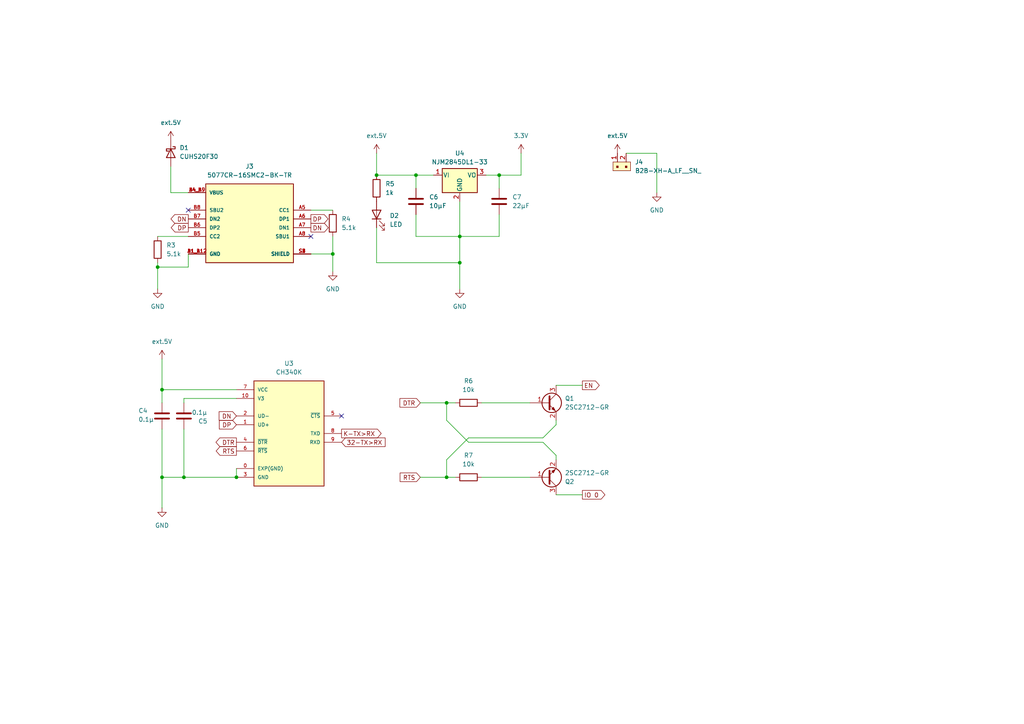
<source format=kicad_sch>
(kicad_sch
	(version 20231120)
	(generator "eeschema")
	(generator_version "8.0")
	(uuid "379868ed-16e5-404d-85ea-090815c5ed89")
	(paper "A4")
	(lib_symbols
		(symbol "01.Main-IMU:5077CR-16SMC2-BK-TR"
			(pin_names
				(offset 1.016)
			)
			(exclude_from_sim no)
			(in_bom yes)
			(on_board yes)
			(property "Reference" "J"
				(at -12.7 10.922 0)
				(effects
					(font
						(size 1.27 1.27)
					)
					(justify left bottom)
				)
			)
			(property "Value" "5077CR-16SMC2-BK-TR"
				(at -12.7 -15.24 0)
				(effects
					(font
						(size 1.27 1.27)
					)
					(justify left bottom)
				)
			)
			(property "Footprint" "5077CR-16SMC2-BK-TR:NELTRON_5077CR-16SMC2-BK-TR"
				(at 0 0 0)
				(effects
					(font
						(size 1.27 1.27)
					)
					(justify bottom)
					(hide yes)
				)
			)
			(property "Datasheet" ""
				(at 0 0 0)
				(effects
					(font
						(size 1.27 1.27)
					)
					(hide yes)
				)
			)
			(property "Description" ""
				(at 0 0 0)
				(effects
					(font
						(size 1.27 1.27)
					)
					(hide yes)
				)
			)
			(property "MF" "Neltron"
				(at 0 0 0)
				(effects
					(font
						(size 1.27 1.27)
					)
					(justify bottom)
					(hide yes)
				)
			)
			(property "MAXIMUM_PACKAGE_HEIGHT" "3.26mm"
				(at 0 0 0)
				(effects
					(font
						(size 1.27 1.27)
					)
					(justify bottom)
					(hide yes)
				)
			)
			(property "Package" "Package"
				(at 0 0 0)
				(effects
					(font
						(size 1.27 1.27)
					)
					(justify bottom)
					(hide yes)
				)
			)
			(property "Price" "None"
				(at 0 0 0)
				(effects
					(font
						(size 1.27 1.27)
					)
					(justify bottom)
					(hide yes)
				)
			)
			(property "Check_prices" "https://www.snapeda.com/parts/5077CR-16SMC2-BK-TR/Neltron/view-part/?ref=eda"
				(at 0 0 0)
				(effects
					(font
						(size 1.27 1.27)
					)
					(justify bottom)
					(hide yes)
				)
			)
			(property "STANDARD" "Manufacturer Recommendations"
				(at 0 0 0)
				(effects
					(font
						(size 1.27 1.27)
					)
					(justify bottom)
					(hide yes)
				)
			)
			(property "PARTREV" "B"
				(at 0 0 0)
				(effects
					(font
						(size 1.27 1.27)
					)
					(justify bottom)
					(hide yes)
				)
			)
			(property "SnapEDA_Link" "https://www.snapeda.com/parts/5077CR-16SMC2-BK-TR/Neltron/view-part/?ref=snap"
				(at 0 0 0)
				(effects
					(font
						(size 1.27 1.27)
					)
					(justify bottom)
					(hide yes)
				)
			)
			(property "MP" "5077CR-16SMC2-BK-TR"
				(at 0 0 0)
				(effects
					(font
						(size 1.27 1.27)
					)
					(justify bottom)
					(hide yes)
				)
			)
			(property "Description_1" "\nUSB 3.1 C Type Female with Peg\n"
				(at 0 0 0)
				(effects
					(font
						(size 1.27 1.27)
					)
					(justify bottom)
					(hide yes)
				)
			)
			(property "MANUFACTURER" "Neltron"
				(at 0 0 0)
				(effects
					(font
						(size 1.27 1.27)
					)
					(justify bottom)
					(hide yes)
				)
			)
			(property "Availability" "Not in stock"
				(at 0 0 0)
				(effects
					(font
						(size 1.27 1.27)
					)
					(justify bottom)
					(hide yes)
				)
			)
			(property "SNAPEDA_PN" "5077CR-16SMC2-BK-TR"
				(at 0 0 0)
				(effects
					(font
						(size 1.27 1.27)
					)
					(justify bottom)
					(hide yes)
				)
			)
			(symbol "5077CR-16SMC2-BK-TR_0_0"
				(rectangle
					(start -12.7 -12.7)
					(end 12.7 10.16)
					(stroke
						(width 0.254)
						(type default)
					)
					(fill
						(type background)
					)
				)
				(pin power_in line
					(at 17.78 -10.16 180)
					(length 5.08)
					(name "GND"
						(effects
							(font
								(size 1.016 1.016)
							)
						)
					)
					(number "A1_B12"
						(effects
							(font
								(size 1.016 1.016)
							)
						)
					)
				)
				(pin power_in line
					(at 17.78 7.62 180)
					(length 5.08)
					(name "VBUS"
						(effects
							(font
								(size 1.016 1.016)
							)
						)
					)
					(number "A4_B9"
						(effects
							(font
								(size 1.016 1.016)
							)
						)
					)
				)
				(pin passive line
					(at -17.78 2.54 0)
					(length 5.08)
					(name "CC1"
						(effects
							(font
								(size 1.016 1.016)
							)
						)
					)
					(number "A5"
						(effects
							(font
								(size 1.016 1.016)
							)
						)
					)
				)
				(pin passive line
					(at -17.78 0 0)
					(length 5.08)
					(name "DP1"
						(effects
							(font
								(size 1.016 1.016)
							)
						)
					)
					(number "A6"
						(effects
							(font
								(size 1.016 1.016)
							)
						)
					)
				)
				(pin passive line
					(at -17.78 -2.54 0)
					(length 5.08)
					(name "DN1"
						(effects
							(font
								(size 1.016 1.016)
							)
						)
					)
					(number "A7"
						(effects
							(font
								(size 1.016 1.016)
							)
						)
					)
				)
				(pin passive line
					(at -17.78 -5.08 0)
					(length 5.08)
					(name "SBU1"
						(effects
							(font
								(size 1.016 1.016)
							)
						)
					)
					(number "A8"
						(effects
							(font
								(size 1.016 1.016)
							)
						)
					)
				)
				(pin power_in line
					(at 17.78 -10.16 180)
					(length 5.08)
					(name "GND"
						(effects
							(font
								(size 1.016 1.016)
							)
						)
					)
					(number "B1_A12"
						(effects
							(font
								(size 1.016 1.016)
							)
						)
					)
				)
				(pin power_in line
					(at 17.78 7.62 180)
					(length 5.08)
					(name "VBUS"
						(effects
							(font
								(size 1.016 1.016)
							)
						)
					)
					(number "B4_A9"
						(effects
							(font
								(size 1.016 1.016)
							)
						)
					)
				)
				(pin passive line
					(at 17.78 -5.08 180)
					(length 5.08)
					(name "CC2"
						(effects
							(font
								(size 1.016 1.016)
							)
						)
					)
					(number "B5"
						(effects
							(font
								(size 1.016 1.016)
							)
						)
					)
				)
				(pin passive line
					(at 17.78 -2.54 180)
					(length 5.08)
					(name "DP2"
						(effects
							(font
								(size 1.016 1.016)
							)
						)
					)
					(number "B6"
						(effects
							(font
								(size 1.016 1.016)
							)
						)
					)
				)
				(pin passive line
					(at 17.78 0 180)
					(length 5.08)
					(name "DN2"
						(effects
							(font
								(size 1.016 1.016)
							)
						)
					)
					(number "B7"
						(effects
							(font
								(size 1.016 1.016)
							)
						)
					)
				)
				(pin passive line
					(at 17.78 2.54 180)
					(length 5.08)
					(name "SBU2"
						(effects
							(font
								(size 1.016 1.016)
							)
						)
					)
					(number "B8"
						(effects
							(font
								(size 1.016 1.016)
							)
						)
					)
				)
				(pin passive line
					(at -17.78 -10.16 0)
					(length 5.08)
					(name "SHIELD"
						(effects
							(font
								(size 1.016 1.016)
							)
						)
					)
					(number "S1"
						(effects
							(font
								(size 1.016 1.016)
							)
						)
					)
				)
				(pin passive line
					(at -17.78 -10.16 0)
					(length 5.08)
					(name "SHIELD"
						(effects
							(font
								(size 1.016 1.016)
							)
						)
					)
					(number "S2"
						(effects
							(font
								(size 1.016 1.016)
							)
						)
					)
				)
				(pin passive line
					(at -17.78 -10.16 0)
					(length 5.08)
					(name "SHIELD"
						(effects
							(font
								(size 1.016 1.016)
							)
						)
					)
					(number "S3"
						(effects
							(font
								(size 1.016 1.016)
							)
						)
					)
				)
				(pin passive line
					(at -17.78 -10.16 0)
					(length 5.08)
					(name "SHIELD"
						(effects
							(font
								(size 1.016 1.016)
							)
						)
					)
					(number "S4"
						(effects
							(font
								(size 1.016 1.016)
							)
						)
					)
				)
			)
		)
		(symbol "01.Main-IMU:CH340K"
			(pin_names
				(offset 1.016)
			)
			(exclude_from_sim no)
			(in_bom yes)
			(on_board yes)
			(property "Reference" "U"
				(at -10.16 16.002 0)
				(effects
					(font
						(size 1.27 1.27)
					)
					(justify left bottom)
				)
			)
			(property "Value" "CH340K"
				(at -10.16 -17.78 0)
				(effects
					(font
						(size 1.27 1.27)
					)
					(justify left bottom)
				)
			)
			(property "Footprint" "CH340K:SOP100P600X160-11N"
				(at 0 0 0)
				(effects
					(font
						(size 1.27 1.27)
					)
					(justify bottom)
					(hide yes)
				)
			)
			(property "Datasheet" ""
				(at 0 0 0)
				(effects
					(font
						(size 1.27 1.27)
					)
					(hide yes)
				)
			)
			(property "Description" ""
				(at 0 0 0)
				(effects
					(font
						(size 1.27 1.27)
					)
					(hide yes)
				)
			)
			(property "MF" "WCH"
				(at 0 0 0)
				(effects
					(font
						(size 1.27 1.27)
					)
					(justify bottom)
					(hide yes)
				)
			)
			(property "MAXIMUM_PACKAGE_HEIGHT" "1.6mm"
				(at 0 0 0)
				(effects
					(font
						(size 1.27 1.27)
					)
					(justify bottom)
					(hide yes)
				)
			)
			(property "Package" "Package"
				(at 0 0 0)
				(effects
					(font
						(size 1.27 1.27)
					)
					(justify bottom)
					(hide yes)
				)
			)
			(property "Price" "None"
				(at 0 0 0)
				(effects
					(font
						(size 1.27 1.27)
					)
					(justify bottom)
					(hide yes)
				)
			)
			(property "Check_prices" "https://www.snapeda.com/parts/CH340K/WCH/view-part/?ref=eda"
				(at 0 0 0)
				(effects
					(font
						(size 1.27 1.27)
					)
					(justify bottom)
					(hide yes)
				)
			)
			(property "STANDARD" "IPC-7351B"
				(at 0 0 0)
				(effects
					(font
						(size 1.27 1.27)
					)
					(justify bottom)
					(hide yes)
				)
			)
			(property "PARTREV" "3B"
				(at 0 0 0)
				(effects
					(font
						(size 1.27 1.27)
					)
					(justify bottom)
					(hide yes)
				)
			)
			(property "SnapEDA_Link" "https://www.snapeda.com/parts/CH340K/WCH/view-part/?ref=snap"
				(at 0 0 0)
				(effects
					(font
						(size 1.27 1.27)
					)
					(justify bottom)
					(hide yes)
				)
			)
			(property "MP" "CH340K"
				(at 0 0 0)
				(effects
					(font
						(size 1.27 1.27)
					)
					(justify bottom)
					(hide yes)
				)
			)
			(property "Description_1" "\nUSB to Serial Port Chip\n"
				(at 0 0 0)
				(effects
					(font
						(size 1.27 1.27)
					)
					(justify bottom)
					(hide yes)
				)
			)
			(property "Availability" "Not in stock"
				(at 0 0 0)
				(effects
					(font
						(size 1.27 1.27)
					)
					(justify bottom)
					(hide yes)
				)
			)
			(property "MANUFACTURER" "WCH"
				(at 0 0 0)
				(effects
					(font
						(size 1.27 1.27)
					)
					(justify bottom)
					(hide yes)
				)
			)
			(symbol "CH340K_0_0"
				(rectangle
					(start -10.16 -15.24)
					(end 10.16 15.24)
					(stroke
						(width 0.254)
						(type default)
					)
					(fill
						(type background)
					)
				)
				(pin power_in line
					(at 15.24 -10.16 180)
					(length 5.08)
					(name "EXP(GND)"
						(effects
							(font
								(size 1.016 1.016)
							)
						)
					)
					(number "0"
						(effects
							(font
								(size 1.016 1.016)
							)
						)
					)
				)
				(pin bidirectional line
					(at 15.24 2.54 180)
					(length 5.08)
					(name "UD+"
						(effects
							(font
								(size 1.016 1.016)
							)
						)
					)
					(number "1"
						(effects
							(font
								(size 1.016 1.016)
							)
						)
					)
				)
				(pin power_in line
					(at 15.24 10.16 180)
					(length 5.08)
					(name "V3"
						(effects
							(font
								(size 1.016 1.016)
							)
						)
					)
					(number "10"
						(effects
							(font
								(size 1.016 1.016)
							)
						)
					)
				)
				(pin bidirectional line
					(at 15.24 5.08 180)
					(length 5.08)
					(name "UD-"
						(effects
							(font
								(size 1.016 1.016)
							)
						)
					)
					(number "2"
						(effects
							(font
								(size 1.016 1.016)
							)
						)
					)
				)
				(pin power_in line
					(at 15.24 -12.7 180)
					(length 5.08)
					(name "GND"
						(effects
							(font
								(size 1.016 1.016)
							)
						)
					)
					(number "3"
						(effects
							(font
								(size 1.016 1.016)
							)
						)
					)
				)
				(pin output line
					(at 15.24 -2.54 180)
					(length 5.08)
					(name "~{DTR}"
						(effects
							(font
								(size 1.016 1.016)
							)
						)
					)
					(number "4"
						(effects
							(font
								(size 1.016 1.016)
							)
						)
					)
				)
				(pin input line
					(at -15.24 5.08 0)
					(length 5.08)
					(name "~{CTS}"
						(effects
							(font
								(size 1.016 1.016)
							)
						)
					)
					(number "5"
						(effects
							(font
								(size 1.016 1.016)
							)
						)
					)
				)
				(pin output line
					(at 15.24 -5.08 180)
					(length 5.08)
					(name "~{RTS}"
						(effects
							(font
								(size 1.016 1.016)
							)
						)
					)
					(number "6"
						(effects
							(font
								(size 1.016 1.016)
							)
						)
					)
				)
				(pin power_in line
					(at 15.24 12.7 180)
					(length 5.08)
					(name "VCC"
						(effects
							(font
								(size 1.016 1.016)
							)
						)
					)
					(number "7"
						(effects
							(font
								(size 1.016 1.016)
							)
						)
					)
				)
				(pin output line
					(at -15.24 0 0)
					(length 5.08)
					(name "TXD"
						(effects
							(font
								(size 1.016 1.016)
							)
						)
					)
					(number "8"
						(effects
							(font
								(size 1.016 1.016)
							)
						)
					)
				)
				(pin input line
					(at -15.24 -2.54 0)
					(length 5.08)
					(name "RXD"
						(effects
							(font
								(size 1.016 1.016)
							)
						)
					)
					(number "9"
						(effects
							(font
								(size 1.016 1.016)
							)
						)
					)
				)
			)
		)
		(symbol "Device:D_Schottky"
			(pin_numbers hide)
			(pin_names
				(offset 1.016) hide)
			(exclude_from_sim no)
			(in_bom yes)
			(on_board yes)
			(property "Reference" "D"
				(at 0 2.54 0)
				(effects
					(font
						(size 1.27 1.27)
					)
				)
			)
			(property "Value" "D_Schottky"
				(at 0 -2.54 0)
				(effects
					(font
						(size 1.27 1.27)
					)
				)
			)
			(property "Footprint" ""
				(at 0 0 0)
				(effects
					(font
						(size 1.27 1.27)
					)
					(hide yes)
				)
			)
			(property "Datasheet" "~"
				(at 0 0 0)
				(effects
					(font
						(size 1.27 1.27)
					)
					(hide yes)
				)
			)
			(property "Description" "Schottky diode"
				(at 0 0 0)
				(effects
					(font
						(size 1.27 1.27)
					)
					(hide yes)
				)
			)
			(property "ki_keywords" "diode Schottky"
				(at 0 0 0)
				(effects
					(font
						(size 1.27 1.27)
					)
					(hide yes)
				)
			)
			(property "ki_fp_filters" "TO-???* *_Diode_* *SingleDiode* D_*"
				(at 0 0 0)
				(effects
					(font
						(size 1.27 1.27)
					)
					(hide yes)
				)
			)
			(symbol "D_Schottky_0_1"
				(polyline
					(pts
						(xy 1.27 0) (xy -1.27 0)
					)
					(stroke
						(width 0)
						(type default)
					)
					(fill
						(type none)
					)
				)
				(polyline
					(pts
						(xy 1.27 1.27) (xy 1.27 -1.27) (xy -1.27 0) (xy 1.27 1.27)
					)
					(stroke
						(width 0.254)
						(type default)
					)
					(fill
						(type none)
					)
				)
				(polyline
					(pts
						(xy -1.905 0.635) (xy -1.905 1.27) (xy -1.27 1.27) (xy -1.27 -1.27) (xy -0.635 -1.27) (xy -0.635 -0.635)
					)
					(stroke
						(width 0.254)
						(type default)
					)
					(fill
						(type none)
					)
				)
			)
			(symbol "D_Schottky_1_1"
				(pin passive line
					(at -3.81 0 0)
					(length 2.54)
					(name "K"
						(effects
							(font
								(size 1.27 1.27)
							)
						)
					)
					(number "1"
						(effects
							(font
								(size 1.27 1.27)
							)
						)
					)
				)
				(pin passive line
					(at 3.81 0 180)
					(length 2.54)
					(name "A"
						(effects
							(font
								(size 1.27 1.27)
							)
						)
					)
					(number "2"
						(effects
							(font
								(size 1.27 1.27)
							)
						)
					)
				)
			)
		)
		(symbol "Device:R"
			(pin_numbers hide)
			(pin_names
				(offset 0)
			)
			(exclude_from_sim no)
			(in_bom yes)
			(on_board yes)
			(property "Reference" "R"
				(at 2.032 0 90)
				(effects
					(font
						(size 1.27 1.27)
					)
				)
			)
			(property "Value" "R"
				(at 0 0 90)
				(effects
					(font
						(size 1.27 1.27)
					)
				)
			)
			(property "Footprint" ""
				(at -1.778 0 90)
				(effects
					(font
						(size 1.27 1.27)
					)
					(hide yes)
				)
			)
			(property "Datasheet" "~"
				(at 0 0 0)
				(effects
					(font
						(size 1.27 1.27)
					)
					(hide yes)
				)
			)
			(property "Description" "Resistor"
				(at 0 0 0)
				(effects
					(font
						(size 1.27 1.27)
					)
					(hide yes)
				)
			)
			(property "ki_keywords" "R res resistor"
				(at 0 0 0)
				(effects
					(font
						(size 1.27 1.27)
					)
					(hide yes)
				)
			)
			(property "ki_fp_filters" "R_*"
				(at 0 0 0)
				(effects
					(font
						(size 1.27 1.27)
					)
					(hide yes)
				)
			)
			(symbol "R_0_1"
				(rectangle
					(start -1.016 -2.54)
					(end 1.016 2.54)
					(stroke
						(width 0.254)
						(type default)
					)
					(fill
						(type none)
					)
				)
			)
			(symbol "R_1_1"
				(pin passive line
					(at 0 3.81 270)
					(length 1.27)
					(name "~"
						(effects
							(font
								(size 1.27 1.27)
							)
						)
					)
					(number "1"
						(effects
							(font
								(size 1.27 1.27)
							)
						)
					)
				)
				(pin passive line
					(at 0 -3.81 90)
					(length 1.27)
					(name "~"
						(effects
							(font
								(size 1.27 1.27)
							)
						)
					)
					(number "2"
						(effects
							(font
								(size 1.27 1.27)
							)
						)
					)
				)
			)
		)
		(symbol "Regulator_Linear:AZ1084-3.3"
			(pin_names
				(offset 0.254)
			)
			(exclude_from_sim no)
			(in_bom yes)
			(on_board yes)
			(property "Reference" "U2"
				(at 0 6.35 0)
				(effects
					(font
						(size 1.27 1.27)
					)
				)
			)
			(property "Value" "NJM2845DL1-33"
				(at 0 3.81 0)
				(effects
					(font
						(size 1.27 1.27)
					)
				)
			)
			(property "Footprint" ""
				(at 0 6.35 0)
				(effects
					(font
						(size 1.27 1.27)
						(italic yes)
					)
					(hide yes)
				)
			)
			(property "Datasheet" "https://www.diodes.com/assets/Datasheets/AZ1084.pdf"
				(at 0 0 0)
				(effects
					(font
						(size 1.27 1.27)
					)
					(hide yes)
				)
			)
			(property "Description" "5A 12V Fixed LDO Linear Regulator, 1.5V, TO-220/TO-252/TO-263"
				(at 0 0 0)
				(effects
					(font
						(size 1.27 1.27)
					)
					(hide yes)
				)
			)
			(property "ki_keywords" "Fixed Voltage Regulator 5A Positive LDO"
				(at 0 0 0)
				(effects
					(font
						(size 1.27 1.27)
					)
					(hide yes)
				)
			)
			(property "ki_fp_filters" "TO?220* TO?252* TO?263*"
				(at 0 0 0)
				(effects
					(font
						(size 1.27 1.27)
					)
					(hide yes)
				)
			)
			(symbol "AZ1084-3.3_0_1"
				(rectangle
					(start -5.08 1.905)
					(end 5.08 -5.08)
					(stroke
						(width 0.254)
						(type default)
					)
					(fill
						(type background)
					)
				)
			)
			(symbol "AZ1084-3.3_1_1"
				(pin power_in line
					(at -7.62 0 0)
					(length 2.54)
					(name "VI"
						(effects
							(font
								(size 1.27 1.27)
							)
						)
					)
					(number "1"
						(effects
							(font
								(size 1.27 1.27)
							)
						)
					)
				)
				(pin power_in line
					(at 0 -7.62 90)
					(length 2.54)
					(name "GND"
						(effects
							(font
								(size 1.27 1.27)
							)
						)
					)
					(number "2"
						(effects
							(font
								(size 1.27 1.27)
							)
						)
					)
				)
				(pin power_out line
					(at 7.62 0 180)
					(length 2.54)
					(name "VO"
						(effects
							(font
								(size 1.27 1.27)
							)
						)
					)
					(number "3"
						(effects
							(font
								(size 1.27 1.27)
							)
						)
					)
				)
			)
		)
		(symbol "SparkFun-Capacitor:C"
			(pin_numbers hide)
			(pin_names
				(offset 0.254)
			)
			(exclude_from_sim no)
			(in_bom yes)
			(on_board yes)
			(property "Reference" "C"
				(at 0.635 2.54 0)
				(effects
					(font
						(size 1.27 1.27)
					)
					(justify left)
				)
			)
			(property "Value" "C"
				(at 0.635 -2.54 0)
				(effects
					(font
						(size 1.27 1.27)
					)
					(justify left)
				)
			)
			(property "Footprint" "SparkFun-Capacitor:C_0603_1608Metric"
				(at 0.9652 -11.43 0)
				(effects
					(font
						(size 1.27 1.27)
					)
					(hide yes)
				)
			)
			(property "Datasheet" "https://cdn.sparkfun.com/assets/8/a/4/a/5/Kemet_Capacitor_Datasheet.pdf"
				(at 1.27 -16.51 0)
				(effects
					(font
						(size 1.27 1.27)
					)
					(hide yes)
				)
			)
			(property "Description" "Unpolarized capacitor"
				(at 0 0 0)
				(effects
					(font
						(size 1.27 1.27)
					)
					(hide yes)
				)
			)
			(property "PROD_ID" "CAP-00000"
				(at 0 -13.97 0)
				(effects
					(font
						(size 1.27 1.27)
					)
					(hide yes)
				)
			)
			(property "Voltage" "1kV"
				(at 0 -6.35 0)
				(effects
					(font
						(size 1.27 1.27)
					)
				)
			)
			(property "Tolerance" "100%"
				(at 0 -8.89 0)
				(effects
					(font
						(size 1.27 1.27)
					)
				)
			)
			(property "ki_keywords" "cap capacitor"
				(at 0 0 0)
				(effects
					(font
						(size 1.27 1.27)
					)
					(hide yes)
				)
			)
			(property "ki_fp_filters" "C_*"
				(at 0 0 0)
				(effects
					(font
						(size 1.27 1.27)
					)
					(hide yes)
				)
			)
			(symbol "C_0_1"
				(polyline
					(pts
						(xy -2.032 -0.762) (xy 2.032 -0.762)
					)
					(stroke
						(width 0.508)
						(type default)
					)
					(fill
						(type none)
					)
				)
				(polyline
					(pts
						(xy -2.032 0.762) (xy 2.032 0.762)
					)
					(stroke
						(width 0.508)
						(type default)
					)
					(fill
						(type none)
					)
				)
			)
			(symbol "C_1_1"
				(pin passive line
					(at 0 3.81 270)
					(length 2.794)
					(name "~"
						(effects
							(font
								(size 1.27 1.27)
							)
						)
					)
					(number "1"
						(effects
							(font
								(size 1.27 1.27)
							)
						)
					)
				)
				(pin passive line
					(at 0 -3.81 90)
					(length 2.794)
					(name "~"
						(effects
							(font
								(size 1.27 1.27)
							)
						)
					)
					(number "2"
						(effects
							(font
								(size 1.27 1.27)
							)
						)
					)
				)
			)
		)
		(symbol "SparkFun-LED:LED"
			(pin_numbers hide)
			(pin_names
				(offset 1.016) hide)
			(exclude_from_sim no)
			(in_bom yes)
			(on_board yes)
			(property "Reference" "D"
				(at 0 2.54 0)
				(effects
					(font
						(size 1.27 1.27)
					)
				)
			)
			(property "Value" "LED"
				(at 0 -2.54 0)
				(effects
					(font
						(size 1.27 1.27)
					)
				)
			)
			(property "Footprint" "SparkFun-LED:LED_0603_1608Metric"
				(at 0 -5.08 0)
				(effects
					(font
						(size 1.27 1.27)
					)
					(hide yes)
				)
			)
			(property "Datasheet" "~"
				(at 0 0 0)
				(effects
					(font
						(size 1.27 1.27)
					)
					(hide yes)
				)
			)
			(property "Description" "Light emitting diode"
				(at 0 0 0)
				(effects
					(font
						(size 1.27 1.27)
					)
					(hide yes)
				)
			)
			(property "PROD_ID" ""
				(at 0 0 0)
				(effects
					(font
						(size 1.27 1.27)
					)
					(hide yes)
				)
			)
			(property "ki_keywords" "LED diode"
				(at 0 0 0)
				(effects
					(font
						(size 1.27 1.27)
					)
					(hide yes)
				)
			)
			(property "ki_fp_filters" "LED* LED_SMD:* LED_THT:*"
				(at 0 0 0)
				(effects
					(font
						(size 1.27 1.27)
					)
					(hide yes)
				)
			)
			(symbol "LED_0_1"
				(polyline
					(pts
						(xy -1.27 -1.27) (xy -1.27 1.27)
					)
					(stroke
						(width 0.254)
						(type default)
					)
					(fill
						(type none)
					)
				)
				(polyline
					(pts
						(xy -1.27 0) (xy 1.27 0)
					)
					(stroke
						(width 0)
						(type default)
					)
					(fill
						(type none)
					)
				)
				(polyline
					(pts
						(xy 1.27 -1.27) (xy 1.27 1.27) (xy -1.27 0) (xy 1.27 -1.27)
					)
					(stroke
						(width 0.254)
						(type default)
					)
					(fill
						(type none)
					)
				)
				(polyline
					(pts
						(xy -3.048 -0.762) (xy -4.572 -2.286) (xy -3.81 -2.286) (xy -4.572 -2.286) (xy -4.572 -1.524)
					)
					(stroke
						(width 0)
						(type default)
					)
					(fill
						(type none)
					)
				)
				(polyline
					(pts
						(xy -1.778 -0.762) (xy -3.302 -2.286) (xy -2.54 -2.286) (xy -3.302 -2.286) (xy -3.302 -1.524)
					)
					(stroke
						(width 0)
						(type default)
					)
					(fill
						(type none)
					)
				)
			)
			(symbol "LED_1_1"
				(pin passive line
					(at -3.81 0 0)
					(length 2.54)
					(name "K"
						(effects
							(font
								(size 1.27 1.27)
							)
						)
					)
					(number "1"
						(effects
							(font
								(size 1.27 1.27)
							)
						)
					)
				)
				(pin passive line
					(at 3.81 0 180)
					(length 2.54)
					(name "A"
						(effects
							(font
								(size 1.27 1.27)
							)
						)
					)
					(number "2"
						(effects
							(font
								(size 1.27 1.27)
							)
						)
					)
				)
			)
		)
		(symbol "SparkFun-PowerSymbol:3.3V"
			(power)
			(pin_names
				(offset 0)
			)
			(exclude_from_sim no)
			(in_bom yes)
			(on_board yes)
			(property "Reference" "#PWR"
				(at 0 -3.81 0)
				(effects
					(font
						(size 1.27 1.27)
					)
					(hide yes)
				)
			)
			(property "Value" "3.3V"
				(at 0 3.556 0)
				(effects
					(font
						(size 1.27 1.27)
					)
				)
			)
			(property "Footprint" ""
				(at 0 0 0)
				(effects
					(font
						(size 1.27 1.27)
					)
					(hide yes)
				)
			)
			(property "Datasheet" ""
				(at 0 0 0)
				(effects
					(font
						(size 1.27 1.27)
					)
					(hide yes)
				)
			)
			(property "Description" "Power symbol creates a global label with name \"3.3V\""
				(at 0 0 0)
				(effects
					(font
						(size 1.27 1.27)
					)
					(hide yes)
				)
			)
			(property "ki_keywords" "global power"
				(at 0 0 0)
				(effects
					(font
						(size 1.27 1.27)
					)
					(hide yes)
				)
			)
			(symbol "3.3V_0_1"
				(polyline
					(pts
						(xy -0.762 1.27) (xy 0 2.54)
					)
					(stroke
						(width 0)
						(type default)
					)
					(fill
						(type none)
					)
				)
				(polyline
					(pts
						(xy 0 0) (xy 0 2.54)
					)
					(stroke
						(width 0)
						(type default)
					)
					(fill
						(type none)
					)
				)
				(polyline
					(pts
						(xy 0 2.54) (xy 0.762 1.27)
					)
					(stroke
						(width 0)
						(type default)
					)
					(fill
						(type none)
					)
				)
			)
			(symbol "3.3V_1_1"
				(pin power_in line
					(at 0 0 90)
					(length 0) hide
					(name "3.3V"
						(effects
							(font
								(size 1.27 1.27)
							)
						)
					)
					(number "1"
						(effects
							(font
								(size 1.27 1.27)
							)
						)
					)
				)
			)
		)
		(symbol "SparkFun-PowerSymbol:5V"
			(power)
			(pin_names
				(offset 0)
			)
			(exclude_from_sim no)
			(in_bom yes)
			(on_board yes)
			(property "Reference" "#PWR"
				(at 0 -3.81 0)
				(effects
					(font
						(size 1.27 1.27)
					)
					(hide yes)
				)
			)
			(property "Value" "5V"
				(at 0 3.556 0)
				(effects
					(font
						(size 1.27 1.27)
					)
				)
			)
			(property "Footprint" ""
				(at 0 0 0)
				(effects
					(font
						(size 1.27 1.27)
					)
					(hide yes)
				)
			)
			(property "Datasheet" ""
				(at 0 0 0)
				(effects
					(font
						(size 1.27 1.27)
					)
					(hide yes)
				)
			)
			(property "Description" "Power symbol creates a global label with name \"5V\""
				(at 0 0 0)
				(effects
					(font
						(size 1.27 1.27)
					)
					(hide yes)
				)
			)
			(property "ki_keywords" "global power"
				(at 0 0 0)
				(effects
					(font
						(size 1.27 1.27)
					)
					(hide yes)
				)
			)
			(symbol "5V_0_1"
				(polyline
					(pts
						(xy -0.762 1.27) (xy 0 2.54)
					)
					(stroke
						(width 0)
						(type default)
					)
					(fill
						(type none)
					)
				)
				(polyline
					(pts
						(xy 0 0) (xy 0 2.54)
					)
					(stroke
						(width 0)
						(type default)
					)
					(fill
						(type none)
					)
				)
				(polyline
					(pts
						(xy 0 2.54) (xy 0.762 1.27)
					)
					(stroke
						(width 0)
						(type default)
					)
					(fill
						(type none)
					)
				)
			)
			(symbol "5V_1_1"
				(pin power_in line
					(at 0 0 90)
					(length 0) hide
					(name "5V"
						(effects
							(font
								(size 1.27 1.27)
							)
						)
					)
					(number "1"
						(effects
							(font
								(size 1.27 1.27)
							)
						)
					)
				)
			)
		)
		(symbol "Transistor_BJT:2SC4213"
			(pin_names
				(offset 0) hide)
			(exclude_from_sim no)
			(in_bom yes)
			(on_board yes)
			(property "Reference" "Q"
				(at 5.08 1.905 0)
				(effects
					(font
						(size 1.27 1.27)
					)
					(justify left)
				)
			)
			(property "Value" "2SC4213"
				(at 5.08 0 0)
				(effects
					(font
						(size 1.27 1.27)
					)
					(justify left)
				)
			)
			(property "Footprint" "Package_TO_SOT_SMD:SOT-323_SC-70"
				(at 5.08 -1.905 0)
				(effects
					(font
						(size 1.27 1.27)
						(italic yes)
					)
					(justify left)
					(hide yes)
				)
			)
			(property "Datasheet" "https://toshiba.semicon-storage.com/info/docget.jsp?did=19305&prodName=2SC4213"
				(at 0 0 0)
				(effects
					(font
						(size 1.27 1.27)
					)
					(justify left)
					(hide yes)
				)
			)
			(property "Description" "0.3A Ic, 20V Vce, NPN Transistor, For Muting and Switching, SOT-323"
				(at 0 0 0)
				(effects
					(font
						(size 1.27 1.27)
					)
					(hide yes)
				)
			)
			(property "ki_keywords" "NPN Transistor"
				(at 0 0 0)
				(effects
					(font
						(size 1.27 1.27)
					)
					(hide yes)
				)
			)
			(property "ki_fp_filters" "SOT?323*"
				(at 0 0 0)
				(effects
					(font
						(size 1.27 1.27)
					)
					(hide yes)
				)
			)
			(symbol "2SC4213_0_1"
				(polyline
					(pts
						(xy 0.635 0.635) (xy 2.54 2.54)
					)
					(stroke
						(width 0)
						(type default)
					)
					(fill
						(type none)
					)
				)
				(polyline
					(pts
						(xy 0.635 -0.635) (xy 2.54 -2.54) (xy 2.54 -2.54)
					)
					(stroke
						(width 0)
						(type default)
					)
					(fill
						(type none)
					)
				)
				(polyline
					(pts
						(xy 0.635 1.905) (xy 0.635 -1.905) (xy 0.635 -1.905)
					)
					(stroke
						(width 0.508)
						(type default)
					)
					(fill
						(type none)
					)
				)
				(polyline
					(pts
						(xy 1.27 -1.778) (xy 1.778 -1.27) (xy 2.286 -2.286) (xy 1.27 -1.778) (xy 1.27 -1.778)
					)
					(stroke
						(width 0)
						(type default)
					)
					(fill
						(type outline)
					)
				)
				(circle
					(center 1.27 0)
					(radius 2.8194)
					(stroke
						(width 0.254)
						(type default)
					)
					(fill
						(type none)
					)
				)
			)
			(symbol "2SC4213_1_1"
				(pin input line
					(at -5.08 0 0)
					(length 5.715)
					(name "B"
						(effects
							(font
								(size 1.27 1.27)
							)
						)
					)
					(number "1"
						(effects
							(font
								(size 1.27 1.27)
							)
						)
					)
				)
				(pin passive line
					(at 2.54 -5.08 90)
					(length 2.54)
					(name "E"
						(effects
							(font
								(size 1.27 1.27)
							)
						)
					)
					(number "2"
						(effects
							(font
								(size 1.27 1.27)
							)
						)
					)
				)
				(pin passive line
					(at 2.54 5.08 270)
					(length 2.54)
					(name "C"
						(effects
							(font
								(size 1.27 1.27)
							)
						)
					)
					(number "3"
						(effects
							(font
								(size 1.27 1.27)
							)
						)
					)
				)
			)
		)
		(symbol "dk_Rectangular-Connectors-Headers-Male-Pins:B2B-XH-A_LF__SN_"
			(pin_names
				(offset 1.016)
			)
			(exclude_from_sim no)
			(in_bom yes)
			(on_board yes)
			(property "Reference" "J"
				(at -2.54 -1.27 0)
				(effects
					(font
						(size 1.27 1.27)
					)
					(justify right)
				)
			)
			(property "Value" "B2B-XH-A_LF__SN_"
				(at 1.27 -3.81 0)
				(effects
					(font
						(size 1.27 1.27)
					)
				)
			)
			(property "Footprint" "digikey-footprints:PinHeader_1x2_P2.5mm_Drill1.1mm"
				(at 5.08 5.08 0)
				(effects
					(font
						(size 1.524 1.524)
					)
					(justify left)
					(hide yes)
				)
			)
			(property "Datasheet" "http://www.jst-mfg.com/product/pdf/eng/eXH.pdf"
				(at 5.08 7.62 0)
				(effects
					(font
						(size 1.524 1.524)
					)
					(justify left)
					(hide yes)
				)
			)
			(property "Description" "CONN HEADER VERT 2POS 2.5MM"
				(at 5.08 25.4 0)
				(effects
					(font
						(size 1.524 1.524)
					)
					(justify left)
					(hide yes)
				)
			)
			(property "Digi-Key_PN" "455-2247-ND"
				(at 5.08 10.16 0)
				(effects
					(font
						(size 1.524 1.524)
					)
					(justify left)
					(hide yes)
				)
			)
			(property "MPN" "B2B-XH-A(LF)(SN)"
				(at 5.08 12.7 0)
				(effects
					(font
						(size 1.524 1.524)
					)
					(justify left)
					(hide yes)
				)
			)
			(property "Category" "Connectors, Interconnects"
				(at 5.08 15.24 0)
				(effects
					(font
						(size 1.524 1.524)
					)
					(justify left)
					(hide yes)
				)
			)
			(property "Family" "Rectangular Connectors - Headers, Male Pins"
				(at 5.08 17.78 0)
				(effects
					(font
						(size 1.524 1.524)
					)
					(justify left)
					(hide yes)
				)
			)
			(property "DK_Datasheet_Link" "http://www.jst-mfg.com/product/pdf/eng/eXH.pdf"
				(at 5.08 20.32 0)
				(effects
					(font
						(size 1.524 1.524)
					)
					(justify left)
					(hide yes)
				)
			)
			(property "DK_Detail_Page" "/product-detail/en/jst-sales-america-inc/B2B-XH-A(LF)(SN)/455-2247-ND/1651045"
				(at 5.08 22.86 0)
				(effects
					(font
						(size 1.524 1.524)
					)
					(justify left)
					(hide yes)
				)
			)
			(property "Manufacturer" "JST Sales America Inc."
				(at 5.08 27.94 0)
				(effects
					(font
						(size 1.524 1.524)
					)
					(justify left)
					(hide yes)
				)
			)
			(property "Status" "Active"
				(at 5.08 30.48 0)
				(effects
					(font
						(size 1.524 1.524)
					)
					(justify left)
					(hide yes)
				)
			)
			(property "ki_keywords" "455-2247-ND XH"
				(at 0 0 0)
				(effects
					(font
						(size 1.27 1.27)
					)
					(hide yes)
				)
			)
			(symbol "B2B-XH-A_LF__SN__1_1"
				(rectangle
					(start -1.27 0)
					(end 3.81 -2.54)
					(stroke
						(width 0)
						(type solid)
					)
					(fill
						(type background)
					)
				)
				(rectangle
					(start -0.254 -1.143)
					(end 0.254 -1.651)
					(stroke
						(width 0)
						(type solid)
					)
					(fill
						(type outline)
					)
				)
				(rectangle
					(start 2.286 -1.143)
					(end 2.794 -1.651)
					(stroke
						(width 0)
						(type solid)
					)
					(fill
						(type outline)
					)
				)
				(pin passive line
					(at 0 2.54 270)
					(length 2.54)
					(name "~"
						(effects
							(font
								(size 1.27 1.27)
							)
						)
					)
					(number "1"
						(effects
							(font
								(size 1.27 1.27)
							)
						)
					)
				)
				(pin passive line
					(at 2.54 2.54 270)
					(length 2.54)
					(name "~"
						(effects
							(font
								(size 1.27 1.27)
							)
						)
					)
					(number "2"
						(effects
							(font
								(size 1.27 1.27)
							)
						)
					)
				)
			)
		)
		(symbol "power:GND"
			(power)
			(pin_numbers hide)
			(pin_names
				(offset 0) hide)
			(exclude_from_sim no)
			(in_bom yes)
			(on_board yes)
			(property "Reference" "#PWR"
				(at 0 -6.35 0)
				(effects
					(font
						(size 1.27 1.27)
					)
					(hide yes)
				)
			)
			(property "Value" "GND"
				(at 0 -3.81 0)
				(effects
					(font
						(size 1.27 1.27)
					)
				)
			)
			(property "Footprint" ""
				(at 0 0 0)
				(effects
					(font
						(size 1.27 1.27)
					)
					(hide yes)
				)
			)
			(property "Datasheet" ""
				(at 0 0 0)
				(effects
					(font
						(size 1.27 1.27)
					)
					(hide yes)
				)
			)
			(property "Description" "Power symbol creates a global label with name \"GND\" , ground"
				(at 0 0 0)
				(effects
					(font
						(size 1.27 1.27)
					)
					(hide yes)
				)
			)
			(property "ki_keywords" "global power"
				(at 0 0 0)
				(effects
					(font
						(size 1.27 1.27)
					)
					(hide yes)
				)
			)
			(symbol "GND_0_1"
				(polyline
					(pts
						(xy 0 0) (xy 0 -1.27) (xy 1.27 -1.27) (xy 0 -2.54) (xy -1.27 -1.27) (xy 0 -1.27)
					)
					(stroke
						(width 0)
						(type default)
					)
					(fill
						(type none)
					)
				)
			)
			(symbol "GND_1_1"
				(pin power_in line
					(at 0 0 270)
					(length 0)
					(name "~"
						(effects
							(font
								(size 1.27 1.27)
							)
						)
					)
					(number "1"
						(effects
							(font
								(size 1.27 1.27)
							)
						)
					)
				)
			)
		)
	)
	(junction
		(at 46.99 113.03)
		(diameter 0)
		(color 0 0 0 0)
		(uuid "03ffea58-c5cd-4ee7-a434-3d309b9102eb")
	)
	(junction
		(at 53.34 138.43)
		(diameter 0)
		(color 0 0 0 0)
		(uuid "175d1e18-4ed8-4b2a-bc3f-edd19a557a04")
	)
	(junction
		(at 144.78 50.8)
		(diameter 0)
		(color 0 0 0 0)
		(uuid "3064e148-3ac4-4809-a295-c55f0a17ddd1")
	)
	(junction
		(at 133.35 76.2)
		(diameter 0)
		(color 0 0 0 0)
		(uuid "59d5aa8c-51fe-4c5b-a91e-637dca3ee643")
	)
	(junction
		(at 120.65 50.8)
		(diameter 0)
		(color 0 0 0 0)
		(uuid "6561d8ee-2555-464a-b25f-a24cef0af09b")
	)
	(junction
		(at 96.52 73.66)
		(diameter 0)
		(color 0 0 0 0)
		(uuid "668546d9-5372-4436-8915-1c0cf403aa48")
	)
	(junction
		(at 109.22 50.8)
		(diameter 0)
		(color 0 0 0 0)
		(uuid "7a4b7879-d569-4e32-9ab7-aa50bda62ae0")
	)
	(junction
		(at 129.54 138.43)
		(diameter 0)
		(color 0 0 0 0)
		(uuid "83372ec7-21b5-46f3-9503-4d8852f8230b")
	)
	(junction
		(at 46.99 138.43)
		(diameter 0)
		(color 0 0 0 0)
		(uuid "8fec3b96-bbef-4fad-b49a-bee983a55d29")
	)
	(junction
		(at 129.54 116.84)
		(diameter 0)
		(color 0 0 0 0)
		(uuid "afdd37e1-4b5c-4884-a849-7af50c7795f4")
	)
	(junction
		(at 133.35 68.58)
		(diameter 0)
		(color 0 0 0 0)
		(uuid "cb4d06b7-d30c-4414-923d-37ea3f2042a3")
	)
	(junction
		(at 45.72 77.47)
		(diameter 0)
		(color 0 0 0 0)
		(uuid "d30c7648-9c5a-44fb-8c0a-90842fd06651")
	)
	(junction
		(at 68.58 138.43)
		(diameter 0)
		(color 0 0 0 0)
		(uuid "f1156a40-d569-4f8d-b5ea-b518fca69872")
	)
	(no_connect
		(at 54.61 60.96)
		(uuid "44f9b6b8-2796-42cd-96cb-20bff5882daa")
	)
	(no_connect
		(at 99.06 120.65)
		(uuid "ba88b2fc-62ac-437d-9b91-ff6f5f82cb6f")
	)
	(no_connect
		(at 90.17 68.58)
		(uuid "cb996592-ba73-4dd7-9811-735a5b04e94b")
	)
	(wire
		(pts
			(xy 190.5 44.45) (xy 190.5 55.88)
		)
		(stroke
			(width 0)
			(type default)
		)
		(uuid "0085d19b-847f-4bb4-894b-ae5c83f8cef7")
	)
	(wire
		(pts
			(xy 46.99 104.14) (xy 46.99 113.03)
		)
		(stroke
			(width 0)
			(type default)
		)
		(uuid "029fa26c-2549-4d05-9977-12a354ff51f6")
	)
	(wire
		(pts
			(xy 68.58 115.57) (xy 53.34 115.57)
		)
		(stroke
			(width 0)
			(type default)
		)
		(uuid "0370576b-ff6d-4f66-9686-56c334add48d")
	)
	(wire
		(pts
			(xy 90.17 60.96) (xy 96.52 60.96)
		)
		(stroke
			(width 0)
			(type default)
		)
		(uuid "094a8c81-b328-45b4-b437-94bdc3943a4d")
	)
	(wire
		(pts
			(xy 49.53 48.26) (xy 49.53 55.88)
		)
		(stroke
			(width 0)
			(type default)
		)
		(uuid "0b3da14d-410a-4022-9092-41ef250e1a06")
	)
	(wire
		(pts
			(xy 157.48 127) (xy 135.89 127)
		)
		(stroke
			(width 0)
			(type default)
		)
		(uuid "0c974b52-b736-47d7-923a-998122c0f689")
	)
	(wire
		(pts
			(xy 121.92 116.84) (xy 129.54 116.84)
		)
		(stroke
			(width 0)
			(type default)
		)
		(uuid "1449cc5e-7f9b-4570-8751-2dd4634607c0")
	)
	(wire
		(pts
			(xy 109.22 76.2) (xy 133.35 76.2)
		)
		(stroke
			(width 0)
			(type default)
		)
		(uuid "1aeb7cd0-d7aa-47d2-8853-e0b71ce34d9a")
	)
	(wire
		(pts
			(xy 129.54 133.35) (xy 129.54 138.43)
		)
		(stroke
			(width 0)
			(type default)
		)
		(uuid "31d3aa8a-a78e-4de8-a3d7-daa14236f2cd")
	)
	(wire
		(pts
			(xy 53.34 124.46) (xy 53.34 138.43)
		)
		(stroke
			(width 0)
			(type default)
		)
		(uuid "33bd5d50-29f8-4f69-9eb4-a21fee290138")
	)
	(wire
		(pts
			(xy 45.72 77.47) (xy 45.72 83.82)
		)
		(stroke
			(width 0)
			(type default)
		)
		(uuid "344b0664-e548-4974-8187-9d8a23866077")
	)
	(wire
		(pts
			(xy 151.13 50.8) (xy 144.78 50.8)
		)
		(stroke
			(width 0)
			(type default)
		)
		(uuid "3628049f-979a-43e2-a62f-47758c94ae82")
	)
	(wire
		(pts
			(xy 161.29 121.92) (xy 161.29 123.19)
		)
		(stroke
			(width 0)
			(type default)
		)
		(uuid "388d5fff-1f76-48b9-afcb-5e9cf36e22d7")
	)
	(wire
		(pts
			(xy 109.22 44.45) (xy 109.22 50.8)
		)
		(stroke
			(width 0)
			(type default)
		)
		(uuid "397010b7-1b79-4493-8ee7-aa5a4b97e028")
	)
	(wire
		(pts
			(xy 161.29 133.35) (xy 161.29 132.08)
		)
		(stroke
			(width 0)
			(type default)
		)
		(uuid "3ab73cdd-53ae-4f7f-a182-f6c5bca53450")
	)
	(wire
		(pts
			(xy 144.78 68.58) (xy 133.35 68.58)
		)
		(stroke
			(width 0)
			(type default)
		)
		(uuid "3d9b8509-eb00-4aaa-a8c5-c0b2bdf7520b")
	)
	(wire
		(pts
			(xy 161.29 123.19) (xy 157.48 127)
		)
		(stroke
			(width 0)
			(type default)
		)
		(uuid "446a80af-d986-4504-a7ef-46f173ff252a")
	)
	(wire
		(pts
			(xy 68.58 135.89) (xy 68.58 138.43)
		)
		(stroke
			(width 0)
			(type default)
		)
		(uuid "4fe7f75f-cab3-4ff4-9977-9dacff67cd20")
	)
	(wire
		(pts
			(xy 129.54 138.43) (xy 132.08 138.43)
		)
		(stroke
			(width 0)
			(type default)
		)
		(uuid "5780255a-8f5e-48c4-a628-42b4b80a3714")
	)
	(wire
		(pts
			(xy 45.72 68.58) (xy 54.61 68.58)
		)
		(stroke
			(width 0)
			(type default)
		)
		(uuid "5c78f66b-0347-482d-9739-115a5b888b3c")
	)
	(wire
		(pts
			(xy 90.17 73.66) (xy 96.52 73.66)
		)
		(stroke
			(width 0)
			(type default)
		)
		(uuid "63bdef7d-434c-4aab-9663-215a639886d2")
	)
	(wire
		(pts
			(xy 168.91 111.76) (xy 161.29 111.76)
		)
		(stroke
			(width 0)
			(type default)
		)
		(uuid "678ae456-8d85-4876-896d-1f62c98036e0")
	)
	(wire
		(pts
			(xy 133.35 58.42) (xy 133.35 68.58)
		)
		(stroke
			(width 0)
			(type default)
		)
		(uuid "680ae2f9-4f21-4a8d-863d-697cbad2eeca")
	)
	(wire
		(pts
			(xy 109.22 50.8) (xy 120.65 50.8)
		)
		(stroke
			(width 0)
			(type default)
		)
		(uuid "696922f7-27d8-4174-b6d5-6248ce06f5bb")
	)
	(wire
		(pts
			(xy 46.99 116.84) (xy 46.99 113.03)
		)
		(stroke
			(width 0)
			(type default)
		)
		(uuid "6a4fd3cf-d3f5-48b9-ada9-ee9663af4c22")
	)
	(wire
		(pts
			(xy 46.99 124.46) (xy 46.99 138.43)
		)
		(stroke
			(width 0)
			(type default)
		)
		(uuid "6e4b84ce-7ba8-4a9d-b9fc-f13eeddfaeab")
	)
	(wire
		(pts
			(xy 133.35 76.2) (xy 133.35 83.82)
		)
		(stroke
			(width 0)
			(type default)
		)
		(uuid "77af626b-de5e-48a4-86fd-ff8333edeb41")
	)
	(wire
		(pts
			(xy 129.54 116.84) (xy 132.08 116.84)
		)
		(stroke
			(width 0)
			(type default)
		)
		(uuid "79e39cba-84d4-4b08-94ec-eb91a129cc74")
	)
	(wire
		(pts
			(xy 54.61 73.66) (xy 54.61 77.47)
		)
		(stroke
			(width 0)
			(type default)
		)
		(uuid "7c2e0425-1e04-4bad-916b-1aa487ce4991")
	)
	(wire
		(pts
			(xy 151.13 44.45) (xy 151.13 50.8)
		)
		(stroke
			(width 0)
			(type default)
		)
		(uuid "7ee9f74c-b416-4033-ace1-ee32fa43e456")
	)
	(wire
		(pts
			(xy 161.29 143.51) (xy 168.91 143.51)
		)
		(stroke
			(width 0)
			(type default)
		)
		(uuid "82806351-07b4-4ab6-a251-1b24d0ae1c79")
	)
	(wire
		(pts
			(xy 109.22 66.04) (xy 109.22 76.2)
		)
		(stroke
			(width 0)
			(type default)
		)
		(uuid "834093e3-68b4-455f-ba20-897869698d7b")
	)
	(wire
		(pts
			(xy 46.99 138.43) (xy 53.34 138.43)
		)
		(stroke
			(width 0)
			(type default)
		)
		(uuid "84c55c26-34c6-4ff5-be9a-2140d2175101")
	)
	(wire
		(pts
			(xy 135.89 128.27) (xy 157.48 128.27)
		)
		(stroke
			(width 0)
			(type default)
		)
		(uuid "8655bcdc-3a8f-47ff-816e-aeb72b248dfa")
	)
	(wire
		(pts
			(xy 144.78 62.23) (xy 144.78 68.58)
		)
		(stroke
			(width 0)
			(type default)
		)
		(uuid "8778b811-ef70-43dc-a40a-449d93442af3")
	)
	(wire
		(pts
			(xy 135.89 128.27) (xy 129.54 121.92)
		)
		(stroke
			(width 0)
			(type default)
		)
		(uuid "8900f7a7-ae62-4157-a292-335bca4d1813")
	)
	(wire
		(pts
			(xy 53.34 138.43) (xy 68.58 138.43)
		)
		(stroke
			(width 0)
			(type default)
		)
		(uuid "8f8a6c7c-31d6-4ebb-b391-1e9594ccc52f")
	)
	(wire
		(pts
			(xy 96.52 73.66) (xy 96.52 78.74)
		)
		(stroke
			(width 0)
			(type default)
		)
		(uuid "920e2325-8ef0-4d6b-ba1e-4e261be6ae25")
	)
	(wire
		(pts
			(xy 49.53 55.88) (xy 54.61 55.88)
		)
		(stroke
			(width 0)
			(type default)
		)
		(uuid "948ab89b-8084-4ab9-9254-ba80423a538f")
	)
	(wire
		(pts
			(xy 144.78 50.8) (xy 140.97 50.8)
		)
		(stroke
			(width 0)
			(type default)
		)
		(uuid "9579dd04-36e1-495b-8af6-3ca8460f96ed")
	)
	(wire
		(pts
			(xy 161.29 132.08) (xy 157.48 128.27)
		)
		(stroke
			(width 0)
			(type default)
		)
		(uuid "99d89340-cd7d-4d90-b1e8-4ecebbf2eb69")
	)
	(wire
		(pts
			(xy 120.65 50.8) (xy 120.65 54.61)
		)
		(stroke
			(width 0)
			(type default)
		)
		(uuid "9a086797-2b96-4cb8-9ad6-f8be46a29f62")
	)
	(wire
		(pts
			(xy 129.54 121.92) (xy 129.54 116.84)
		)
		(stroke
			(width 0)
			(type default)
		)
		(uuid "9b9e7eaa-9378-47bc-b473-8c00486febc5")
	)
	(wire
		(pts
			(xy 120.65 50.8) (xy 125.73 50.8)
		)
		(stroke
			(width 0)
			(type default)
		)
		(uuid "9dca1ccb-82a4-4955-8155-926cbfb812d6")
	)
	(wire
		(pts
			(xy 96.52 68.58) (xy 96.52 73.66)
		)
		(stroke
			(width 0)
			(type default)
		)
		(uuid "a8a0d156-66e1-412f-bb99-661fbe2155fa")
	)
	(wire
		(pts
			(xy 129.54 133.35) (xy 135.89 127)
		)
		(stroke
			(width 0)
			(type default)
		)
		(uuid "aca7f32e-0b97-4fad-b31f-313fb7079477")
	)
	(wire
		(pts
			(xy 45.72 76.2) (xy 45.72 77.47)
		)
		(stroke
			(width 0)
			(type default)
		)
		(uuid "ad1021af-85b8-4f8d-9fd7-d7285142a738")
	)
	(wire
		(pts
			(xy 46.99 138.43) (xy 46.99 147.32)
		)
		(stroke
			(width 0)
			(type default)
		)
		(uuid "ae408a4c-bc0a-4973-8889-cbf9ad2440ec")
	)
	(wire
		(pts
			(xy 121.92 138.43) (xy 129.54 138.43)
		)
		(stroke
			(width 0)
			(type default)
		)
		(uuid "ba46849d-fb66-4bdb-a30f-2e53aeb13a35")
	)
	(wire
		(pts
			(xy 53.34 115.57) (xy 53.34 116.84)
		)
		(stroke
			(width 0)
			(type default)
		)
		(uuid "be7f145b-a9cd-4192-9f11-14bddc65f12d")
	)
	(wire
		(pts
			(xy 181.61 44.45) (xy 190.5 44.45)
		)
		(stroke
			(width 0)
			(type default)
		)
		(uuid "d1cc4ee6-2e10-44df-8b53-64fbfc317afa")
	)
	(wire
		(pts
			(xy 68.58 113.03) (xy 46.99 113.03)
		)
		(stroke
			(width 0)
			(type default)
		)
		(uuid "d2ff9450-ec44-419e-a626-975c56d68a69")
	)
	(wire
		(pts
			(xy 133.35 68.58) (xy 133.35 76.2)
		)
		(stroke
			(width 0)
			(type default)
		)
		(uuid "e0f3b33d-bce9-4818-8b5c-445baa7ce266")
	)
	(wire
		(pts
			(xy 139.7 116.84) (xy 153.67 116.84)
		)
		(stroke
			(width 0)
			(type default)
		)
		(uuid "e2f687c0-0652-42d0-8432-6b2593519368")
	)
	(wire
		(pts
			(xy 120.65 62.23) (xy 120.65 68.58)
		)
		(stroke
			(width 0)
			(type default)
		)
		(uuid "e39b6894-6ebe-4634-94c2-635c501ade90")
	)
	(wire
		(pts
			(xy 139.7 138.43) (xy 153.67 138.43)
		)
		(stroke
			(width 0)
			(type default)
		)
		(uuid "efd99523-5be8-4fde-a092-b061c4ca5c81")
	)
	(wire
		(pts
			(xy 144.78 50.8) (xy 144.78 54.61)
		)
		(stroke
			(width 0)
			(type default)
		)
		(uuid "f74b8d25-1bf1-4672-8467-9d0c1625219d")
	)
	(wire
		(pts
			(xy 54.61 77.47) (xy 45.72 77.47)
		)
		(stroke
			(width 0)
			(type default)
		)
		(uuid "f957d579-cad6-4c9c-9887-fe2d8f33c85e")
	)
	(wire
		(pts
			(xy 120.65 68.58) (xy 133.35 68.58)
		)
		(stroke
			(width 0)
			(type default)
		)
		(uuid "fedb9e73-cdc8-4b9b-b9d1-51d2ef00c56f")
	)
	(global_label "K-TX>RX"
		(shape output)
		(at 99.06 125.73 0)
		(fields_autoplaced yes)
		(effects
			(font
				(size 1.27 1.27)
			)
			(justify left)
		)
		(uuid "2958d58f-1842-4ecd-9185-d4a25dc70b37")
		(property "Intersheetrefs" "${INTERSHEET_REFS}"
			(at 111.1166 125.73 0)
			(effects
				(font
					(size 1.27 1.27)
				)
				(justify left)
				(hide yes)
			)
		)
	)
	(global_label "32-TX>RX"
		(shape input)
		(at 99.06 128.27 0)
		(fields_autoplaced yes)
		(effects
			(font
				(size 1.27 1.27)
			)
			(justify left)
		)
		(uuid "2f14e08b-b84f-4535-a046-6be0a4210521")
		(property "Intersheetrefs" "${INTERSHEET_REFS}"
			(at 112.2656 128.27 0)
			(effects
				(font
					(size 1.27 1.27)
				)
				(justify left)
				(hide yes)
			)
		)
	)
	(global_label "RTS"
		(shape output)
		(at 68.58 130.81 180)
		(fields_autoplaced yes)
		(effects
			(font
				(size 1.27 1.27)
			)
			(justify right)
		)
		(uuid "48b9fb7b-d8a7-40ab-a7aa-270183cf2d6a")
		(property "Intersheetrefs" "${INTERSHEET_REFS}"
			(at 62.1477 130.81 0)
			(effects
				(font
					(size 1.27 1.27)
				)
				(justify right)
				(hide yes)
			)
		)
	)
	(global_label "IO 0"
		(shape output)
		(at 168.91 143.51 0)
		(fields_autoplaced yes)
		(effects
			(font
				(size 1.27 1.27)
			)
			(justify left)
		)
		(uuid "4b1f477f-661b-4e12-9d7f-a1a3347861dc")
		(property "Intersheetrefs" "${INTERSHEET_REFS}"
			(at 176.0076 143.51 0)
			(effects
				(font
					(size 1.27 1.27)
				)
				(justify left)
				(hide yes)
			)
		)
	)
	(global_label "DP"
		(shape input)
		(at 68.58 123.19 180)
		(fields_autoplaced yes)
		(effects
			(font
				(size 1.27 1.27)
			)
			(justify right)
		)
		(uuid "5e6f0e25-545d-4ef7-b869-9283e95a7256")
		(property "Intersheetrefs" "${INTERSHEET_REFS}"
			(at 63.0548 123.19 0)
			(effects
				(font
					(size 1.27 1.27)
				)
				(justify right)
				(hide yes)
			)
		)
	)
	(global_label "EN"
		(shape output)
		(at 168.91 111.76 0)
		(fields_autoplaced yes)
		(effects
			(font
				(size 1.27 1.27)
			)
			(justify left)
		)
		(uuid "695f3bd6-9fa6-41b8-b08f-e59bfe1ae10e")
		(property "Intersheetrefs" "${INTERSHEET_REFS}"
			(at 174.3747 111.76 0)
			(effects
				(font
					(size 1.27 1.27)
				)
				(justify left)
				(hide yes)
			)
		)
	)
	(global_label "DN"
		(shape output)
		(at 90.17 66.04 0)
		(fields_autoplaced yes)
		(effects
			(font
				(size 1.27 1.27)
			)
			(justify left)
		)
		(uuid "7469bb4e-a25b-4bf9-803f-df993de01ede")
		(property "Intersheetrefs" "${INTERSHEET_REFS}"
			(at 95.7557 66.04 0)
			(effects
				(font
					(size 1.27 1.27)
				)
				(justify left)
				(hide yes)
			)
		)
	)
	(global_label "DN"
		(shape output)
		(at 54.61 63.5 180)
		(fields_autoplaced yes)
		(effects
			(font
				(size 1.27 1.27)
			)
			(justify right)
		)
		(uuid "8018e472-6bbc-473d-a46c-16ccd405bec1")
		(property "Intersheetrefs" "${INTERSHEET_REFS}"
			(at 49.0243 63.5 0)
			(effects
				(font
					(size 1.27 1.27)
				)
				(justify right)
				(hide yes)
			)
		)
	)
	(global_label "DN"
		(shape input)
		(at 68.58 120.65 180)
		(fields_autoplaced yes)
		(effects
			(font
				(size 1.27 1.27)
			)
			(justify right)
		)
		(uuid "87153a94-d083-46bd-853b-2eadcc054871")
		(property "Intersheetrefs" "${INTERSHEET_REFS}"
			(at 62.9943 120.65 0)
			(effects
				(font
					(size 1.27 1.27)
				)
				(justify right)
				(hide yes)
			)
		)
	)
	(global_label "DTR"
		(shape output)
		(at 68.58 128.27 180)
		(fields_autoplaced yes)
		(effects
			(font
				(size 1.27 1.27)
			)
			(justify right)
		)
		(uuid "a5d4e98f-4e6d-48ef-a512-2881cf743da8")
		(property "Intersheetrefs" "${INTERSHEET_REFS}"
			(at 62.0872 128.27 0)
			(effects
				(font
					(size 1.27 1.27)
				)
				(justify right)
				(hide yes)
			)
		)
	)
	(global_label "DP"
		(shape output)
		(at 90.17 63.5 0)
		(fields_autoplaced yes)
		(effects
			(font
				(size 1.27 1.27)
			)
			(justify left)
		)
		(uuid "c9321fd0-afca-4112-9825-3e7852487f60")
		(property "Intersheetrefs" "${INTERSHEET_REFS}"
			(at 95.6952 63.5 0)
			(effects
				(font
					(size 1.27 1.27)
				)
				(justify left)
				(hide yes)
			)
		)
	)
	(global_label "DP"
		(shape output)
		(at 54.61 66.04 180)
		(fields_autoplaced yes)
		(effects
			(font
				(size 1.27 1.27)
			)
			(justify right)
		)
		(uuid "e005ff4a-53cc-4625-8554-880c707ee16e")
		(property "Intersheetrefs" "${INTERSHEET_REFS}"
			(at 49.0848 66.04 0)
			(effects
				(font
					(size 1.27 1.27)
				)
				(justify right)
				(hide yes)
			)
		)
	)
	(global_label "RTS"
		(shape input)
		(at 121.92 138.43 180)
		(fields_autoplaced yes)
		(effects
			(font
				(size 1.27 1.27)
			)
			(justify right)
		)
		(uuid "ebba0331-8ef4-4be3-8a9d-919668748b9e")
		(property "Intersheetrefs" "${INTERSHEET_REFS}"
			(at 115.4877 138.43 0)
			(effects
				(font
					(size 1.27 1.27)
				)
				(justify right)
				(hide yes)
			)
		)
	)
	(global_label "DTR"
		(shape input)
		(at 121.92 116.84 180)
		(fields_autoplaced yes)
		(effects
			(font
				(size 1.27 1.27)
			)
			(justify right)
		)
		(uuid "f9678032-b71f-4f25-89b9-05957aeeafbc")
		(property "Intersheetrefs" "${INTERSHEET_REFS}"
			(at 115.4272 116.84 0)
			(effects
				(font
					(size 1.27 1.27)
				)
				(justify right)
				(hide yes)
			)
		)
	)
	(symbol
		(lib_id "SparkFun-PowerSymbol:5V")
		(at 49.53 40.64 0)
		(unit 1)
		(exclude_from_sim no)
		(in_bom yes)
		(on_board yes)
		(dnp no)
		(fields_autoplaced yes)
		(uuid "09669aa4-6af8-49a8-aeb9-96bc47dac5a6")
		(property "Reference" "#PWR014"
			(at 49.53 44.45 0)
			(effects
				(font
					(size 1.27 1.27)
				)
				(hide yes)
			)
		)
		(property "Value" "ext.5V"
			(at 49.53 35.56 0)
			(effects
				(font
					(size 1.27 1.27)
				)
			)
		)
		(property "Footprint" ""
			(at 49.53 40.64 0)
			(effects
				(font
					(size 1.27 1.27)
				)
				(hide yes)
			)
		)
		(property "Datasheet" ""
			(at 49.53 40.64 0)
			(effects
				(font
					(size 1.27 1.27)
				)
				(hide yes)
			)
		)
		(property "Description" "Power symbol creates a global label with name \"5V\""
			(at 49.53 40.64 0)
			(effects
				(font
					(size 1.27 1.27)
				)
				(hide yes)
			)
		)
		(pin "1"
			(uuid "2656f1ec-4e2a-4a74-9020-edc631fb8142")
		)
		(instances
			(project "AirDataCenter"
				(path "/63adafef-d556-46d1-ae91-e24e778e6981/72986e80-2572-4cb1-8b80-8e81f50162e1"
					(reference "#PWR014")
					(unit 1)
				)
			)
		)
	)
	(symbol
		(lib_id "Device:R")
		(at 96.52 64.77 0)
		(unit 1)
		(exclude_from_sim no)
		(in_bom yes)
		(on_board yes)
		(dnp no)
		(fields_autoplaced yes)
		(uuid "0e870de6-85c0-494f-9c48-ef08fcac8c84")
		(property "Reference" "R4"
			(at 99.06 63.4999 0)
			(effects
				(font
					(size 1.27 1.27)
				)
				(justify left)
			)
		)
		(property "Value" "5.1k"
			(at 99.06 66.0399 0)
			(effects
				(font
					(size 1.27 1.27)
				)
				(justify left)
			)
		)
		(property "Footprint" "Resistor_SMD:R_0603_1608Metric_Pad0.98x0.95mm_HandSolder"
			(at 94.742 64.77 90)
			(effects
				(font
					(size 1.27 1.27)
				)
				(hide yes)
			)
		)
		(property "Datasheet" "~"
			(at 96.52 64.77 0)
			(effects
				(font
					(size 1.27 1.27)
				)
				(hide yes)
			)
		)
		(property "Description" "Resistor"
			(at 96.52 64.77 0)
			(effects
				(font
					(size 1.27 1.27)
				)
				(hide yes)
			)
		)
		(pin "2"
			(uuid "c8f8f78d-801a-403d-bb16-20f2c1c536be")
		)
		(pin "1"
			(uuid "0b8bcec8-76b7-4e3a-8c4a-91a3db223d8d")
		)
		(instances
			(project "AirDataCenter"
				(path "/63adafef-d556-46d1-ae91-e24e778e6981/72986e80-2572-4cb1-8b80-8e81f50162e1"
					(reference "R4")
					(unit 1)
				)
			)
		)
	)
	(symbol
		(lib_id "SparkFun-Capacitor:C")
		(at 46.99 120.65 180)
		(unit 1)
		(exclude_from_sim no)
		(in_bom yes)
		(on_board yes)
		(dnp no)
		(uuid "1090a4be-1adb-40d7-bcb0-bc00dc231d2f")
		(property "Reference" "C4"
			(at 40.132 119.126 0)
			(effects
				(font
					(size 1.27 1.27)
				)
				(justify right)
			)
		)
		(property "Value" "0.1μ"
			(at 40.132 121.666 0)
			(effects
				(font
					(size 1.27 1.27)
				)
				(justify right)
			)
		)
		(property "Footprint" "Capacitor_SMD:C_0603_1608Metric_Pad1.08x0.95mm_HandSolder"
			(at 46.0248 109.22 0)
			(effects
				(font
					(size 1.27 1.27)
				)
				(hide yes)
			)
		)
		(property "Datasheet" "https://cdn.sparkfun.com/assets/8/a/4/a/5/Kemet_Capacitor_Datasheet.pdf"
			(at 45.72 104.14 0)
			(effects
				(font
					(size 1.27 1.27)
				)
				(hide yes)
			)
		)
		(property "Description" "Unpolarized capacitor"
			(at 46.99 120.65 0)
			(effects
				(font
					(size 1.27 1.27)
				)
				(hide yes)
			)
		)
		(property "PROD_ID" "CAP-00000"
			(at 46.99 106.68 0)
			(effects
				(font
					(size 1.27 1.27)
				)
				(hide yes)
			)
		)
		(property "Voltage" "1kV"
			(at 50.8 121.9199 0)
			(effects
				(font
					(size 1.27 1.27)
				)
				(justify right)
				(hide yes)
			)
		)
		(property "Tolerance" "100%"
			(at 50.8 124.4599 0)
			(effects
				(font
					(size 1.27 1.27)
				)
				(justify right)
				(hide yes)
			)
		)
		(pin "1"
			(uuid "eabd5c43-1671-437c-8a8b-60fb604a5e93")
		)
		(pin "2"
			(uuid "221a85ef-4fd8-4c22-8bd4-2d1fcd312b56")
		)
		(instances
			(project "AirDataCenter"
				(path "/63adafef-d556-46d1-ae91-e24e778e6981/72986e80-2572-4cb1-8b80-8e81f50162e1"
					(reference "C4")
					(unit 1)
				)
			)
		)
	)
	(symbol
		(lib_id "Device:R")
		(at 109.22 54.61 0)
		(unit 1)
		(exclude_from_sim no)
		(in_bom yes)
		(on_board yes)
		(dnp no)
		(fields_autoplaced yes)
		(uuid "1b95720f-7b9c-49b2-a6f4-d0a9457f27f1")
		(property "Reference" "R5"
			(at 111.76 53.3399 0)
			(effects
				(font
					(size 1.27 1.27)
				)
				(justify left)
			)
		)
		(property "Value" "1k"
			(at 111.76 55.8799 0)
			(effects
				(font
					(size 1.27 1.27)
				)
				(justify left)
			)
		)
		(property "Footprint" "Resistor_SMD:R_0603_1608Metric_Pad0.98x0.95mm_HandSolder"
			(at 107.442 54.61 90)
			(effects
				(font
					(size 1.27 1.27)
				)
				(hide yes)
			)
		)
		(property "Datasheet" "~"
			(at 109.22 54.61 0)
			(effects
				(font
					(size 1.27 1.27)
				)
				(hide yes)
			)
		)
		(property "Description" "Resistor"
			(at 109.22 54.61 0)
			(effects
				(font
					(size 1.27 1.27)
				)
				(hide yes)
			)
		)
		(pin "2"
			(uuid "df43d41b-2d1a-49e5-bbed-bf47d6b4520b")
		)
		(pin "1"
			(uuid "af3fe967-ed9d-433c-a679-021678cac81f")
		)
		(instances
			(project "AirDataCenter"
				(path "/63adafef-d556-46d1-ae91-e24e778e6981/72986e80-2572-4cb1-8b80-8e81f50162e1"
					(reference "R5")
					(unit 1)
				)
			)
		)
	)
	(symbol
		(lib_id "SparkFun-LED:LED")
		(at 109.22 62.23 90)
		(unit 1)
		(exclude_from_sim no)
		(in_bom yes)
		(on_board yes)
		(dnp no)
		(fields_autoplaced yes)
		(uuid "318767ec-c7a7-4b9a-8d63-2fc9c613e947")
		(property "Reference" "D2"
			(at 113.03 62.5474 90)
			(effects
				(font
					(size 1.27 1.27)
				)
				(justify right)
			)
		)
		(property "Value" "LED"
			(at 113.03 65.0874 90)
			(effects
				(font
					(size 1.27 1.27)
				)
				(justify right)
			)
		)
		(property "Footprint" "LED_SMD:LED_0603_1608Metric_Pad1.05x0.95mm_HandSolder"
			(at 114.3 62.23 0)
			(effects
				(font
					(size 1.27 1.27)
				)
				(hide yes)
			)
		)
		(property "Datasheet" "~"
			(at 109.22 62.23 0)
			(effects
				(font
					(size 1.27 1.27)
				)
				(hide yes)
			)
		)
		(property "Description" "Light emitting diode"
			(at 109.22 62.23 0)
			(effects
				(font
					(size 1.27 1.27)
				)
				(hide yes)
			)
		)
		(property "PROD_ID" ""
			(at 109.22 62.23 0)
			(effects
				(font
					(size 1.27 1.27)
				)
				(hide yes)
			)
		)
		(pin "1"
			(uuid "154d6e4e-1a83-4871-8b69-a2fc6e7805f8")
		)
		(pin "2"
			(uuid "3828d649-d503-46ba-ba05-a92c28487e7f")
		)
		(instances
			(project "AirDataCenter"
				(path "/63adafef-d556-46d1-ae91-e24e778e6981/72986e80-2572-4cb1-8b80-8e81f50162e1"
					(reference "D2")
					(unit 1)
				)
			)
		)
	)
	(symbol
		(lib_id "SparkFun-Capacitor:C")
		(at 144.78 58.42 0)
		(unit 1)
		(exclude_from_sim no)
		(in_bom yes)
		(on_board yes)
		(dnp no)
		(fields_autoplaced yes)
		(uuid "3d75e6b1-9429-48b7-9563-a9da2c5d36ab")
		(property "Reference" "C7"
			(at 148.59 57.1499 0)
			(effects
				(font
					(size 1.27 1.27)
				)
				(justify left)
			)
		)
		(property "Value" "22μF"
			(at 148.59 59.6899 0)
			(effects
				(font
					(size 1.27 1.27)
				)
				(justify left)
			)
		)
		(property "Footprint" "Capacitor_SMD:C_0603_1608Metric_Pad1.08x0.95mm_HandSolder"
			(at 145.7452 69.85 0)
			(effects
				(font
					(size 1.27 1.27)
				)
				(hide yes)
			)
		)
		(property "Datasheet" "https://cdn.sparkfun.com/assets/8/a/4/a/5/Kemet_Capacitor_Datasheet.pdf"
			(at 146.05 74.93 0)
			(effects
				(font
					(size 1.27 1.27)
				)
				(hide yes)
			)
		)
		(property "Description" "Unpolarized capacitor"
			(at 144.78 58.42 0)
			(effects
				(font
					(size 1.27 1.27)
				)
				(hide yes)
			)
		)
		(property "PROD_ID" "CAP-00000"
			(at 144.78 72.39 0)
			(effects
				(font
					(size 1.27 1.27)
				)
				(hide yes)
			)
		)
		(property "Voltage" "1kV"
			(at 148.59 59.6899 0)
			(effects
				(font
					(size 1.27 1.27)
				)
				(justify left)
				(hide yes)
			)
		)
		(property "Tolerance" "100%"
			(at 148.59 62.2299 0)
			(effects
				(font
					(size 1.27 1.27)
				)
				(justify left)
				(hide yes)
			)
		)
		(pin "1"
			(uuid "67e5e704-1431-46fa-bca3-403c8b2e43c7")
		)
		(pin "2"
			(uuid "1085fbea-4321-4d0d-82af-53eef0333192")
		)
		(instances
			(project "AirDataCenter"
				(path "/63adafef-d556-46d1-ae91-e24e778e6981/72986e80-2572-4cb1-8b80-8e81f50162e1"
					(reference "C7")
					(unit 1)
				)
			)
		)
	)
	(symbol
		(lib_id "power:GND")
		(at 190.5 55.88 0)
		(unit 1)
		(exclude_from_sim no)
		(in_bom yes)
		(on_board yes)
		(dnp no)
		(fields_autoplaced yes)
		(uuid "41880d5a-a0b9-46b0-b074-788d19a162ab")
		(property "Reference" "#PWR020"
			(at 190.5 62.23 0)
			(effects
				(font
					(size 1.27 1.27)
				)
				(hide yes)
			)
		)
		(property "Value" "GND"
			(at 190.5 60.96 0)
			(effects
				(font
					(size 1.27 1.27)
				)
			)
		)
		(property "Footprint" ""
			(at 190.5 55.88 0)
			(effects
				(font
					(size 1.27 1.27)
				)
				(hide yes)
			)
		)
		(property "Datasheet" ""
			(at 190.5 55.88 0)
			(effects
				(font
					(size 1.27 1.27)
				)
				(hide yes)
			)
		)
		(property "Description" "Power symbol creates a global label with name \"GND\" , ground"
			(at 190.5 55.88 0)
			(effects
				(font
					(size 1.27 1.27)
				)
				(hide yes)
			)
		)
		(pin "1"
			(uuid "ad9c3064-fb3e-426e-bc9f-55c0babc78ed")
		)
		(instances
			(project "AirDataCenter"
				(path "/63adafef-d556-46d1-ae91-e24e778e6981/72986e80-2572-4cb1-8b80-8e81f50162e1"
					(reference "#PWR020")
					(unit 1)
				)
			)
		)
	)
	(symbol
		(lib_id "Device:R")
		(at 135.89 116.84 90)
		(unit 1)
		(exclude_from_sim no)
		(in_bom yes)
		(on_board yes)
		(dnp no)
		(fields_autoplaced yes)
		(uuid "426ede15-b65e-4230-a6eb-54f812f9dbdd")
		(property "Reference" "R6"
			(at 135.89 110.49 90)
			(effects
				(font
					(size 1.27 1.27)
				)
			)
		)
		(property "Value" "10k"
			(at 135.89 113.03 90)
			(effects
				(font
					(size 1.27 1.27)
				)
			)
		)
		(property "Footprint" "Resistor_SMD:R_0603_1608Metric_Pad0.98x0.95mm_HandSolder"
			(at 135.89 118.618 90)
			(effects
				(font
					(size 1.27 1.27)
				)
				(hide yes)
			)
		)
		(property "Datasheet" "~"
			(at 135.89 116.84 0)
			(effects
				(font
					(size 1.27 1.27)
				)
				(hide yes)
			)
		)
		(property "Description" "Resistor"
			(at 135.89 116.84 0)
			(effects
				(font
					(size 1.27 1.27)
				)
				(hide yes)
			)
		)
		(pin "2"
			(uuid "2a13532c-c2ea-4e6b-bf44-ce090bb0a2ff")
		)
		(pin "1"
			(uuid "77ec5a56-b635-4c5e-89bd-5749eb7d4e24")
		)
		(instances
			(project "AirDataCenter"
				(path "/63adafef-d556-46d1-ae91-e24e778e6981/72986e80-2572-4cb1-8b80-8e81f50162e1"
					(reference "R6")
					(unit 1)
				)
			)
		)
	)
	(symbol
		(lib_id "power:GND")
		(at 96.52 78.74 0)
		(unit 1)
		(exclude_from_sim no)
		(in_bom yes)
		(on_board yes)
		(dnp no)
		(fields_autoplaced yes)
		(uuid "5a684157-5974-472d-bfe9-78b898ecd521")
		(property "Reference" "#PWR015"
			(at 96.52 85.09 0)
			(effects
				(font
					(size 1.27 1.27)
				)
				(hide yes)
			)
		)
		(property "Value" "GND"
			(at 96.52 83.82 0)
			(effects
				(font
					(size 1.27 1.27)
				)
			)
		)
		(property "Footprint" ""
			(at 96.52 78.74 0)
			(effects
				(font
					(size 1.27 1.27)
				)
				(hide yes)
			)
		)
		(property "Datasheet" ""
			(at 96.52 78.74 0)
			(effects
				(font
					(size 1.27 1.27)
				)
				(hide yes)
			)
		)
		(property "Description" "Power symbol creates a global label with name \"GND\" , ground"
			(at 96.52 78.74 0)
			(effects
				(font
					(size 1.27 1.27)
				)
				(hide yes)
			)
		)
		(pin "1"
			(uuid "d3b193db-f21b-42e6-be97-4e490fdbd5ae")
		)
		(instances
			(project "AirDataCenter"
				(path "/63adafef-d556-46d1-ae91-e24e778e6981/72986e80-2572-4cb1-8b80-8e81f50162e1"
					(reference "#PWR015")
					(unit 1)
				)
			)
		)
	)
	(symbol
		(lib_id "Transistor_BJT:2SC4213")
		(at 158.75 116.84 0)
		(unit 1)
		(exclude_from_sim no)
		(in_bom yes)
		(on_board yes)
		(dnp no)
		(fields_autoplaced yes)
		(uuid "634a61e1-8de0-4ad1-bb54-ce950a2c9777")
		(property "Reference" "Q1"
			(at 163.83 115.5699 0)
			(effects
				(font
					(size 1.27 1.27)
				)
				(justify left)
			)
		)
		(property "Value" "2SC2712-GR"
			(at 163.83 118.1099 0)
			(effects
				(font
					(size 1.27 1.27)
				)
				(justify left)
			)
		)
		(property "Footprint" "Package_TO_SOT_SMD:SC-59_Handsoldering"
			(at 163.83 118.745 0)
			(effects
				(font
					(size 1.27 1.27)
					(italic yes)
				)
				(justify left)
				(hide yes)
			)
		)
		(property "Datasheet" "https://toshiba.semicon-storage.com/info/docget.jsp?did=19305&prodName=2SC4213"
			(at 158.75 116.84 0)
			(effects
				(font
					(size 1.27 1.27)
				)
				(justify left)
				(hide yes)
			)
		)
		(property "Description" "0.3A Ic, 20V Vce, NPN Transistor, For Muting and Switching, SOT-323"
			(at 158.75 116.84 0)
			(effects
				(font
					(size 1.27 1.27)
				)
				(hide yes)
			)
		)
		(pin "2"
			(uuid "5764cafd-c568-4b0d-a3d8-1b1ae715994a")
		)
		(pin "1"
			(uuid "7f792a30-6aa7-4fc6-a9b6-9ba221cb19f0")
		)
		(pin "3"
			(uuid "4f466422-6354-43c6-a999-f7bf99c1d4ed")
		)
		(instances
			(project "AirDataCenter"
				(path "/63adafef-d556-46d1-ae91-e24e778e6981/72986e80-2572-4cb1-8b80-8e81f50162e1"
					(reference "Q1")
					(unit 1)
				)
			)
		)
	)
	(symbol
		(lib_id "power:GND")
		(at 45.72 83.82 0)
		(unit 1)
		(exclude_from_sim no)
		(in_bom yes)
		(on_board yes)
		(dnp no)
		(fields_autoplaced yes)
		(uuid "70ff99b6-d3bb-4b5b-a67f-9998b350b9ae")
		(property "Reference" "#PWR011"
			(at 45.72 90.17 0)
			(effects
				(font
					(size 1.27 1.27)
				)
				(hide yes)
			)
		)
		(property "Value" "GND"
			(at 45.72 88.9 0)
			(effects
				(font
					(size 1.27 1.27)
				)
			)
		)
		(property "Footprint" ""
			(at 45.72 83.82 0)
			(effects
				(font
					(size 1.27 1.27)
				)
				(hide yes)
			)
		)
		(property "Datasheet" ""
			(at 45.72 83.82 0)
			(effects
				(font
					(size 1.27 1.27)
				)
				(hide yes)
			)
		)
		(property "Description" "Power symbol creates a global label with name \"GND\" , ground"
			(at 45.72 83.82 0)
			(effects
				(font
					(size 1.27 1.27)
				)
				(hide yes)
			)
		)
		(pin "1"
			(uuid "4a6e8842-04f6-44e1-bd64-0e4c54e81f9b")
		)
		(instances
			(project "AirDataCenter"
				(path "/63adafef-d556-46d1-ae91-e24e778e6981/72986e80-2572-4cb1-8b80-8e81f50162e1"
					(reference "#PWR011")
					(unit 1)
				)
			)
		)
	)
	(symbol
		(lib_id "Device:R")
		(at 135.89 138.43 90)
		(unit 1)
		(exclude_from_sim no)
		(in_bom yes)
		(on_board yes)
		(dnp no)
		(fields_autoplaced yes)
		(uuid "72b5d1b6-7248-4267-b134-bd507bb5f306")
		(property "Reference" "R7"
			(at 135.89 132.08 90)
			(effects
				(font
					(size 1.27 1.27)
				)
			)
		)
		(property "Value" "10k"
			(at 135.89 134.62 90)
			(effects
				(font
					(size 1.27 1.27)
				)
			)
		)
		(property "Footprint" "Resistor_SMD:R_0603_1608Metric_Pad0.98x0.95mm_HandSolder"
			(at 135.89 140.208 90)
			(effects
				(font
					(size 1.27 1.27)
				)
				(hide yes)
			)
		)
		(property "Datasheet" "~"
			(at 135.89 138.43 0)
			(effects
				(font
					(size 1.27 1.27)
				)
				(hide yes)
			)
		)
		(property "Description" "Resistor"
			(at 135.89 138.43 0)
			(effects
				(font
					(size 1.27 1.27)
				)
				(hide yes)
			)
		)
		(pin "2"
			(uuid "69ffdea6-5c36-480c-86c8-681a479e04a3")
		)
		(pin "1"
			(uuid "64712fc7-e9d3-4bd4-8928-b8c0e3299bfd")
		)
		(instances
			(project "AirDataCenter"
				(path "/63adafef-d556-46d1-ae91-e24e778e6981/72986e80-2572-4cb1-8b80-8e81f50162e1"
					(reference "R7")
					(unit 1)
				)
			)
		)
	)
	(symbol
		(lib_id "SparkFun-PowerSymbol:5V")
		(at 46.99 104.14 0)
		(unit 1)
		(exclude_from_sim no)
		(in_bom yes)
		(on_board yes)
		(dnp no)
		(fields_autoplaced yes)
		(uuid "7552a8f7-a518-433d-a896-88a25741dd62")
		(property "Reference" "#PWR012"
			(at 46.99 107.95 0)
			(effects
				(font
					(size 1.27 1.27)
				)
				(hide yes)
			)
		)
		(property "Value" "ext.5V"
			(at 46.99 99.06 0)
			(effects
				(font
					(size 1.27 1.27)
				)
			)
		)
		(property "Footprint" ""
			(at 46.99 104.14 0)
			(effects
				(font
					(size 1.27 1.27)
				)
				(hide yes)
			)
		)
		(property "Datasheet" ""
			(at 46.99 104.14 0)
			(effects
				(font
					(size 1.27 1.27)
				)
				(hide yes)
			)
		)
		(property "Description" "Power symbol creates a global label with name \"5V\""
			(at 46.99 104.14 0)
			(effects
				(font
					(size 1.27 1.27)
				)
				(hide yes)
			)
		)
		(pin "1"
			(uuid "c9b55f38-de47-409d-b3fd-5d5e79bf4f20")
		)
		(instances
			(project "AirDataCenter"
				(path "/63adafef-d556-46d1-ae91-e24e778e6981/72986e80-2572-4cb1-8b80-8e81f50162e1"
					(reference "#PWR012")
					(unit 1)
				)
			)
		)
	)
	(symbol
		(lib_id "Regulator_Linear:AZ1084-3.3")
		(at 133.35 50.8 0)
		(unit 1)
		(exclude_from_sim no)
		(in_bom yes)
		(on_board yes)
		(dnp no)
		(fields_autoplaced yes)
		(uuid "7a498fcf-3add-4989-840a-2a2cedc3041f")
		(property "Reference" "U4"
			(at 133.35 44.45 0)
			(effects
				(font
					(size 1.27 1.27)
				)
			)
		)
		(property "Value" "NJM2845DL1-33"
			(at 133.35 46.99 0)
			(effects
				(font
					(size 1.27 1.27)
				)
			)
		)
		(property "Footprint" "Package_TO_SOT_SMD:TO-252-2"
			(at 133.35 44.45 0)
			(effects
				(font
					(size 1.27 1.27)
					(italic yes)
				)
				(hide yes)
			)
		)
		(property "Datasheet" "https://www.diodes.com/assets/Datasheets/AZ1084.pdf"
			(at 133.35 50.8 0)
			(effects
				(font
					(size 1.27 1.27)
				)
				(hide yes)
			)
		)
		(property "Description" "5A 12V Fixed LDO Linear Regulator, 1.5V, TO-220/TO-252/TO-263"
			(at 133.35 50.8 0)
			(effects
				(font
					(size 1.27 1.27)
				)
				(hide yes)
			)
		)
		(pin "3"
			(uuid "c9aa3183-e07c-4c64-96d4-4728fbb22c1a")
		)
		(pin "1"
			(uuid "7ee4d795-1ed4-4fb1-b12e-8f1673c0302f")
		)
		(pin "2"
			(uuid "3f48640a-6190-45fe-84da-643629f55c0a")
		)
		(instances
			(project "AirDataCenter"
				(path "/63adafef-d556-46d1-ae91-e24e778e6981/72986e80-2572-4cb1-8b80-8e81f50162e1"
					(reference "U4")
					(unit 1)
				)
			)
		)
	)
	(symbol
		(lib_id "power:GND")
		(at 133.35 83.82 0)
		(unit 1)
		(exclude_from_sim no)
		(in_bom yes)
		(on_board yes)
		(dnp no)
		(fields_autoplaced yes)
		(uuid "8a79a086-06c1-4f44-b5e9-4343346d29e3")
		(property "Reference" "#PWR017"
			(at 133.35 90.17 0)
			(effects
				(font
					(size 1.27 1.27)
				)
				(hide yes)
			)
		)
		(property "Value" "GND"
			(at 133.35 88.9 0)
			(effects
				(font
					(size 1.27 1.27)
				)
			)
		)
		(property "Footprint" ""
			(at 133.35 83.82 0)
			(effects
				(font
					(size 1.27 1.27)
				)
				(hide yes)
			)
		)
		(property "Datasheet" ""
			(at 133.35 83.82 0)
			(effects
				(font
					(size 1.27 1.27)
				)
				(hide yes)
			)
		)
		(property "Description" "Power symbol creates a global label with name \"GND\" , ground"
			(at 133.35 83.82 0)
			(effects
				(font
					(size 1.27 1.27)
				)
				(hide yes)
			)
		)
		(pin "1"
			(uuid "9efbcfd3-1e60-4c04-a261-d3f6ecab865f")
		)
		(instances
			(project "AirDataCenter"
				(path "/63adafef-d556-46d1-ae91-e24e778e6981/72986e80-2572-4cb1-8b80-8e81f50162e1"
					(reference "#PWR017")
					(unit 1)
				)
			)
		)
	)
	(symbol
		(lib_id "Device:R")
		(at 45.72 72.39 0)
		(unit 1)
		(exclude_from_sim no)
		(in_bom yes)
		(on_board yes)
		(dnp no)
		(fields_autoplaced yes)
		(uuid "8e082a9b-84d3-4ec1-afdf-bec308860819")
		(property "Reference" "R3"
			(at 48.26 71.1199 0)
			(effects
				(font
					(size 1.27 1.27)
				)
				(justify left)
			)
		)
		(property "Value" "5.1k"
			(at 48.26 73.6599 0)
			(effects
				(font
					(size 1.27 1.27)
				)
				(justify left)
			)
		)
		(property "Footprint" "Resistor_SMD:R_0603_1608Metric_Pad0.98x0.95mm_HandSolder"
			(at 43.942 72.39 90)
			(effects
				(font
					(size 1.27 1.27)
				)
				(hide yes)
			)
		)
		(property "Datasheet" "~"
			(at 45.72 72.39 0)
			(effects
				(font
					(size 1.27 1.27)
				)
				(hide yes)
			)
		)
		(property "Description" "Resistor"
			(at 45.72 72.39 0)
			(effects
				(font
					(size 1.27 1.27)
				)
				(hide yes)
			)
		)
		(pin "2"
			(uuid "3f39ada4-d46b-4466-b147-843b33c09b16")
		)
		(pin "1"
			(uuid "dd931574-6293-4686-b54f-32b0433ef371")
		)
		(instances
			(project "AirDataCenter"
				(path "/63adafef-d556-46d1-ae91-e24e778e6981/72986e80-2572-4cb1-8b80-8e81f50162e1"
					(reference "R3")
					(unit 1)
				)
			)
		)
	)
	(symbol
		(lib_id "Device:D_Schottky")
		(at 49.53 44.45 270)
		(unit 1)
		(exclude_from_sim no)
		(in_bom yes)
		(on_board yes)
		(dnp no)
		(fields_autoplaced yes)
		(uuid "916fedcd-dd05-4a8c-96c1-e1e7dca95f09")
		(property "Reference" "D1"
			(at 52.07 42.8624 90)
			(effects
				(font
					(size 1.27 1.27)
				)
				(justify left)
			)
		)
		(property "Value" "CUHS20F30"
			(at 52.07 45.4024 90)
			(effects
				(font
					(size 1.27 1.27)
				)
				(justify left)
			)
		)
		(property "Footprint" "Diode_SMD:D_SOD-323F"
			(at 49.53 44.45 0)
			(effects
				(font
					(size 1.27 1.27)
				)
				(hide yes)
			)
		)
		(property "Datasheet" "~"
			(at 49.53 44.45 0)
			(effects
				(font
					(size 1.27 1.27)
				)
				(hide yes)
			)
		)
		(property "Description" "Schottky diode"
			(at 49.53 44.45 0)
			(effects
				(font
					(size 1.27 1.27)
				)
				(hide yes)
			)
		)
		(pin "2"
			(uuid "bdc257da-b792-470c-a75a-6bbe1a15fce7")
		)
		(pin "1"
			(uuid "2337aa1a-277d-4304-aebc-6b708f906c09")
		)
		(instances
			(project "AirDataCenter"
				(path "/63adafef-d556-46d1-ae91-e24e778e6981/72986e80-2572-4cb1-8b80-8e81f50162e1"
					(reference "D1")
					(unit 1)
				)
			)
		)
	)
	(symbol
		(lib_id "SparkFun-Capacitor:C")
		(at 53.34 120.65 0)
		(unit 1)
		(exclude_from_sim no)
		(in_bom yes)
		(on_board yes)
		(dnp no)
		(uuid "a19c256c-20bc-4f1d-ad2b-231913d48828")
		(property "Reference" "C5"
			(at 60.198 122.174 0)
			(effects
				(font
					(size 1.27 1.27)
				)
				(justify right)
			)
		)
		(property "Value" "0.1μ"
			(at 60.198 119.634 0)
			(effects
				(font
					(size 1.27 1.27)
				)
				(justify right)
			)
		)
		(property "Footprint" "Capacitor_SMD:C_0603_1608Metric_Pad1.08x0.95mm_HandSolder"
			(at 54.3052 132.08 0)
			(effects
				(font
					(size 1.27 1.27)
				)
				(hide yes)
			)
		)
		(property "Datasheet" "https://cdn.sparkfun.com/assets/8/a/4/a/5/Kemet_Capacitor_Datasheet.pdf"
			(at 54.61 137.16 0)
			(effects
				(font
					(size 1.27 1.27)
				)
				(hide yes)
			)
		)
		(property "Description" "Unpolarized capacitor"
			(at 53.34 120.65 0)
			(effects
				(font
					(size 1.27 1.27)
				)
				(hide yes)
			)
		)
		(property "PROD_ID" "CAP-00000"
			(at 53.34 134.62 0)
			(effects
				(font
					(size 1.27 1.27)
				)
				(hide yes)
			)
		)
		(property "Voltage" "1kV"
			(at 49.53 119.3801 0)
			(effects
				(font
					(size 1.27 1.27)
				)
				(justify right)
				(hide yes)
			)
		)
		(property "Tolerance" "100%"
			(at 49.53 116.8401 0)
			(effects
				(font
					(size 1.27 1.27)
				)
				(justify right)
				(hide yes)
			)
		)
		(pin "1"
			(uuid "b78ac91b-368c-4744-9e05-700a16993ab6")
		)
		(pin "2"
			(uuid "eb9f671b-dcb5-4800-823b-6c1c0223f9fa")
		)
		(instances
			(project "AirDataCenter"
				(path "/63adafef-d556-46d1-ae91-e24e778e6981/72986e80-2572-4cb1-8b80-8e81f50162e1"
					(reference "C5")
					(unit 1)
				)
			)
		)
	)
	(symbol
		(lib_id "SparkFun-Capacitor:C")
		(at 120.65 58.42 0)
		(unit 1)
		(exclude_from_sim no)
		(in_bom yes)
		(on_board yes)
		(dnp no)
		(fields_autoplaced yes)
		(uuid "a41e4ff8-7b4d-46cc-8224-e6faefd7b902")
		(property "Reference" "C6"
			(at 124.46 57.1499 0)
			(effects
				(font
					(size 1.27 1.27)
				)
				(justify left)
			)
		)
		(property "Value" "10μF"
			(at 124.46 59.6899 0)
			(effects
				(font
					(size 1.27 1.27)
				)
				(justify left)
			)
		)
		(property "Footprint" "Capacitor_SMD:C_0603_1608Metric_Pad1.08x0.95mm_HandSolder"
			(at 121.6152 69.85 0)
			(effects
				(font
					(size 1.27 1.27)
				)
				(hide yes)
			)
		)
		(property "Datasheet" "https://cdn.sparkfun.com/assets/8/a/4/a/5/Kemet_Capacitor_Datasheet.pdf"
			(at 121.92 74.93 0)
			(effects
				(font
					(size 1.27 1.27)
				)
				(hide yes)
			)
		)
		(property "Description" "Unpolarized capacitor"
			(at 120.65 58.42 0)
			(effects
				(font
					(size 1.27 1.27)
				)
				(hide yes)
			)
		)
		(property "PROD_ID" "CAP-00000"
			(at 120.65 72.39 0)
			(effects
				(font
					(size 1.27 1.27)
				)
				(hide yes)
			)
		)
		(property "Voltage" "1kV"
			(at 124.46 59.6899 0)
			(effects
				(font
					(size 1.27 1.27)
				)
				(justify left)
				(hide yes)
			)
		)
		(property "Tolerance" "100%"
			(at 124.46 62.2299 0)
			(effects
				(font
					(size 1.27 1.27)
				)
				(justify left)
				(hide yes)
			)
		)
		(pin "1"
			(uuid "b633f966-9a1c-4e28-99ed-3a8186c08eb4")
		)
		(pin "2"
			(uuid "e5290ec3-e4bd-4fa6-b6f1-5b26d5b13064")
		)
		(instances
			(project "AirDataCenter"
				(path "/63adafef-d556-46d1-ae91-e24e778e6981/72986e80-2572-4cb1-8b80-8e81f50162e1"
					(reference "C6")
					(unit 1)
				)
			)
		)
	)
	(symbol
		(lib_id "dk_Rectangular-Connectors-Headers-Male-Pins:B2B-XH-A_LF__SN_")
		(at 179.07 46.99 0)
		(unit 1)
		(exclude_from_sim no)
		(in_bom yes)
		(on_board yes)
		(dnp no)
		(fields_autoplaced yes)
		(uuid "a888f55e-dd2d-401c-a451-cd8abe0e3bf8")
		(property "Reference" "J4"
			(at 184.15 46.9899 0)
			(effects
				(font
					(size 1.27 1.27)
				)
				(justify left)
			)
		)
		(property "Value" "B2B-XH-A_LF__SN_"
			(at 184.15 49.5299 0)
			(effects
				(font
					(size 1.27 1.27)
				)
				(justify left)
			)
		)
		(property "Footprint" "Connector_JST:JST_XH_S2B-XH-A_1x02_P2.50mm_Horizontal"
			(at 184.15 41.91 0)
			(effects
				(font
					(size 1.524 1.524)
				)
				(justify left)
				(hide yes)
			)
		)
		(property "Datasheet" "http://www.jst-mfg.com/product/pdf/eng/eXH.pdf"
			(at 184.15 39.37 0)
			(effects
				(font
					(size 1.524 1.524)
				)
				(justify left)
				(hide yes)
			)
		)
		(property "Description" "CONN HEADER VERT 2POS 2.5MM"
			(at 184.15 21.59 0)
			(effects
				(font
					(size 1.524 1.524)
				)
				(justify left)
				(hide yes)
			)
		)
		(property "Digi-Key_PN" "455-2247-ND"
			(at 184.15 36.83 0)
			(effects
				(font
					(size 1.524 1.524)
				)
				(justify left)
				(hide yes)
			)
		)
		(property "MPN" "B2B-XH-A(LF)(SN)"
			(at 184.15 34.29 0)
			(effects
				(font
					(size 1.524 1.524)
				)
				(justify left)
				(hide yes)
			)
		)
		(property "Category" "Connectors, Interconnects"
			(at 184.15 31.75 0)
			(effects
				(font
					(size 1.524 1.524)
				)
				(justify left)
				(hide yes)
			)
		)
		(property "Family" "Rectangular Connectors - Headers, Male Pins"
			(at 184.15 29.21 0)
			(effects
				(font
					(size 1.524 1.524)
				)
				(justify left)
				(hide yes)
			)
		)
		(property "DK_Datasheet_Link" "http://www.jst-mfg.com/product/pdf/eng/eXH.pdf"
			(at 184.15 26.67 0)
			(effects
				(font
					(size 1.524 1.524)
				)
				(justify left)
				(hide yes)
			)
		)
		(property "DK_Detail_Page" "/product-detail/en/jst-sales-america-inc/B2B-XH-A(LF)(SN)/455-2247-ND/1651045"
			(at 184.15 24.13 0)
			(effects
				(font
					(size 1.524 1.524)
				)
				(justify left)
				(hide yes)
			)
		)
		(property "Manufacturer" "JST Sales America Inc."
			(at 184.15 19.05 0)
			(effects
				(font
					(size 1.524 1.524)
				)
				(justify left)
				(hide yes)
			)
		)
		(property "Status" "Active"
			(at 184.15 16.51 0)
			(effects
				(font
					(size 1.524 1.524)
				)
				(justify left)
				(hide yes)
			)
		)
		(pin "2"
			(uuid "8b153ed2-f530-4a1e-85fc-fe96cdd73be3")
		)
		(pin "1"
			(uuid "12dcd72f-2fef-4138-a601-52150ba22909")
		)
		(instances
			(project "AirDataCenter"
				(path "/63adafef-d556-46d1-ae91-e24e778e6981/72986e80-2572-4cb1-8b80-8e81f50162e1"
					(reference "J4")
					(unit 1)
				)
			)
		)
	)
	(symbol
		(lib_id "Transistor_BJT:2SC4213")
		(at 158.75 138.43 0)
		(mirror x)
		(unit 1)
		(exclude_from_sim no)
		(in_bom yes)
		(on_board yes)
		(dnp no)
		(uuid "b13aecbf-ff7a-46f3-8d3c-659a2e12d865")
		(property "Reference" "Q2"
			(at 163.83 139.7001 0)
			(effects
				(font
					(size 1.27 1.27)
				)
				(justify left)
			)
		)
		(property "Value" "2SC2712-GR"
			(at 163.83 137.1601 0)
			(effects
				(font
					(size 1.27 1.27)
				)
				(justify left)
			)
		)
		(property "Footprint" "Package_TO_SOT_SMD:SC-59_Handsoldering"
			(at 163.83 136.525 0)
			(effects
				(font
					(size 1.27 1.27)
					(italic yes)
				)
				(justify left)
				(hide yes)
			)
		)
		(property "Datasheet" "https://toshiba.semicon-storage.com/info/docget.jsp?did=19305&prodName=2SC4213"
			(at 158.75 138.43 0)
			(effects
				(font
					(size 1.27 1.27)
				)
				(justify left)
				(hide yes)
			)
		)
		(property "Description" "0.3A Ic, 20V Vce, NPN Transistor, For Muting and Switching, SOT-323"
			(at 158.75 138.43 0)
			(effects
				(font
					(size 1.27 1.27)
				)
				(hide yes)
			)
		)
		(pin "2"
			(uuid "7d414f86-7f15-432c-8075-68462187db17")
		)
		(pin "1"
			(uuid "2cb60850-7b7c-4688-b140-5624fa8dea77")
		)
		(pin "3"
			(uuid "4fbadbe7-64ee-4745-953d-5c05b0a2d41c")
		)
		(instances
			(project "AirDataCenter"
				(path "/63adafef-d556-46d1-ae91-e24e778e6981/72986e80-2572-4cb1-8b80-8e81f50162e1"
					(reference "Q2")
					(unit 1)
				)
			)
		)
	)
	(symbol
		(lib_id "SparkFun-PowerSymbol:5V")
		(at 109.22 44.45 0)
		(unit 1)
		(exclude_from_sim no)
		(in_bom yes)
		(on_board yes)
		(dnp no)
		(fields_autoplaced yes)
		(uuid "b3138cf6-78a9-4357-a5ec-c95f5ab4c892")
		(property "Reference" "#PWR016"
			(at 109.22 48.26 0)
			(effects
				(font
					(size 1.27 1.27)
				)
				(hide yes)
			)
		)
		(property "Value" "ext.5V"
			(at 109.22 39.37 0)
			(effects
				(font
					(size 1.27 1.27)
				)
			)
		)
		(property "Footprint" ""
			(at 109.22 44.45 0)
			(effects
				(font
					(size 1.27 1.27)
				)
				(hide yes)
			)
		)
		(property "Datasheet" ""
			(at 109.22 44.45 0)
			(effects
				(font
					(size 1.27 1.27)
				)
				(hide yes)
			)
		)
		(property "Description" "Power symbol creates a global label with name \"5V\""
			(at 109.22 44.45 0)
			(effects
				(font
					(size 1.27 1.27)
				)
				(hide yes)
			)
		)
		(pin "1"
			(uuid "9d4a3f88-d125-4732-8636-7b858baaaebe")
		)
		(instances
			(project "AirDataCenter"
				(path "/63adafef-d556-46d1-ae91-e24e778e6981/72986e80-2572-4cb1-8b80-8e81f50162e1"
					(reference "#PWR016")
					(unit 1)
				)
			)
		)
	)
	(symbol
		(lib_id "SparkFun-PowerSymbol:5V")
		(at 179.07 44.45 0)
		(unit 1)
		(exclude_from_sim no)
		(in_bom yes)
		(on_board yes)
		(dnp no)
		(fields_autoplaced yes)
		(uuid "bd3bf93a-7283-486d-9d00-5c09aa838798")
		(property "Reference" "#PWR019"
			(at 179.07 48.26 0)
			(effects
				(font
					(size 1.27 1.27)
				)
				(hide yes)
			)
		)
		(property "Value" "ext.5V"
			(at 179.07 39.37 0)
			(effects
				(font
					(size 1.27 1.27)
				)
			)
		)
		(property "Footprint" ""
			(at 179.07 44.45 0)
			(effects
				(font
					(size 1.27 1.27)
				)
				(hide yes)
			)
		)
		(property "Datasheet" ""
			(at 179.07 44.45 0)
			(effects
				(font
					(size 1.27 1.27)
				)
				(hide yes)
			)
		)
		(property "Description" "Power symbol creates a global label with name \"5V\""
			(at 179.07 44.45 0)
			(effects
				(font
					(size 1.27 1.27)
				)
				(hide yes)
			)
		)
		(pin "1"
			(uuid "b876bdb9-272f-4581-91cb-3500260fb8cc")
		)
		(instances
			(project "AirDataCenter"
				(path "/63adafef-d556-46d1-ae91-e24e778e6981/72986e80-2572-4cb1-8b80-8e81f50162e1"
					(reference "#PWR019")
					(unit 1)
				)
			)
		)
	)
	(symbol
		(lib_id "SparkFun-PowerSymbol:3.3V")
		(at 151.13 44.45 0)
		(unit 1)
		(exclude_from_sim no)
		(in_bom yes)
		(on_board yes)
		(dnp no)
		(fields_autoplaced yes)
		(uuid "df010cf0-d792-48f9-bdd1-957a2ff84719")
		(property "Reference" "#PWR018"
			(at 151.13 48.26 0)
			(effects
				(font
					(size 1.27 1.27)
				)
				(hide yes)
			)
		)
		(property "Value" "3.3V"
			(at 151.13 39.37 0)
			(effects
				(font
					(size 1.27 1.27)
				)
			)
		)
		(property "Footprint" ""
			(at 151.13 44.45 0)
			(effects
				(font
					(size 1.27 1.27)
				)
				(hide yes)
			)
		)
		(property "Datasheet" ""
			(at 151.13 44.45 0)
			(effects
				(font
					(size 1.27 1.27)
				)
				(hide yes)
			)
		)
		(property "Description" "Power symbol creates a global label with name \"3.3V\""
			(at 151.13 44.45 0)
			(effects
				(font
					(size 1.27 1.27)
				)
				(hide yes)
			)
		)
		(pin "1"
			(uuid "1746be43-3f8a-441c-bdc4-2a296d2d36e2")
		)
		(instances
			(project "AirDataCenter"
				(path "/63adafef-d556-46d1-ae91-e24e778e6981/72986e80-2572-4cb1-8b80-8e81f50162e1"
					(reference "#PWR018")
					(unit 1)
				)
			)
		)
	)
	(symbol
		(lib_id "01.Main-IMU:CH340K")
		(at 83.82 125.73 0)
		(mirror y)
		(unit 1)
		(exclude_from_sim no)
		(in_bom yes)
		(on_board yes)
		(dnp no)
		(uuid "e6e108a4-6519-405e-b7cd-f2b5c35c8ef1")
		(property "Reference" "U3"
			(at 83.82 105.41 0)
			(effects
				(font
					(size 1.27 1.27)
				)
			)
		)
		(property "Value" "CH340K"
			(at 83.82 107.95 0)
			(effects
				(font
					(size 1.27 1.27)
				)
			)
		)
		(property "Footprint" "0my_project:ESSOP-10_CH224K"
			(at 83.82 125.73 0)
			(effects
				(font
					(size 1.27 1.27)
				)
				(justify bottom)
				(hide yes)
			)
		)
		(property "Datasheet" ""
			(at 83.82 125.73 0)
			(effects
				(font
					(size 1.27 1.27)
				)
				(hide yes)
			)
		)
		(property "Description" ""
			(at 83.82 125.73 0)
			(effects
				(font
					(size 1.27 1.27)
				)
				(hide yes)
			)
		)
		(property "MF" "WCH"
			(at 83.82 125.73 0)
			(effects
				(font
					(size 1.27 1.27)
				)
				(justify bottom)
				(hide yes)
			)
		)
		(property "MAXIMUM_PACKAGE_HEIGHT" "1.6mm"
			(at 83.82 125.73 0)
			(effects
				(font
					(size 1.27 1.27)
				)
				(justify bottom)
				(hide yes)
			)
		)
		(property "Package" "Package"
			(at 83.82 125.73 0)
			(effects
				(font
					(size 1.27 1.27)
				)
				(justify bottom)
				(hide yes)
			)
		)
		(property "Price" "None"
			(at 83.82 125.73 0)
			(effects
				(font
					(size 1.27 1.27)
				)
				(justify bottom)
				(hide yes)
			)
		)
		(property "Check_prices" "https://www.snapeda.com/parts/CH340K/WCH/view-part/?ref=eda"
			(at 83.82 125.73 0)
			(effects
				(font
					(size 1.27 1.27)
				)
				(justify bottom)
				(hide yes)
			)
		)
		(property "STANDARD" "IPC-7351B"
			(at 83.82 125.73 0)
			(effects
				(font
					(size 1.27 1.27)
				)
				(justify bottom)
				(hide yes)
			)
		)
		(property "PARTREV" "3B"
			(at 83.82 125.73 0)
			(effects
				(font
					(size 1.27 1.27)
				)
				(justify bottom)
				(hide yes)
			)
		)
		(property "SnapEDA_Link" "https://www.snapeda.com/parts/CH340K/WCH/view-part/?ref=snap"
			(at 83.82 125.73 0)
			(effects
				(font
					(size 1.27 1.27)
				)
				(justify bottom)
				(hide yes)
			)
		)
		(property "MP" "CH340K"
			(at 83.82 125.73 0)
			(effects
				(font
					(size 1.27 1.27)
				)
				(justify bottom)
				(hide yes)
			)
		)
		(property "Description_1" "\nUSB to Serial Port Chip\n"
			(at 83.82 125.73 0)
			(effects
				(font
					(size 1.27 1.27)
				)
				(justify bottom)
				(hide yes)
			)
		)
		(property "Availability" "Not in stock"
			(at 83.82 125.73 0)
			(effects
				(font
					(size 1.27 1.27)
				)
				(justify bottom)
				(hide yes)
			)
		)
		(property "MANUFACTURER" "WCH"
			(at 83.82 125.73 0)
			(effects
				(font
					(size 1.27 1.27)
				)
				(justify bottom)
				(hide yes)
			)
		)
		(pin "0"
			(uuid "c040c8df-d4fd-44c6-bcfd-959d129a2b5a")
		)
		(pin "1"
			(uuid "1e5dff32-5b01-4afd-afd9-2a869c799cbe")
		)
		(pin "2"
			(uuid "9e12feb0-40ba-4368-a7b4-d0ff6f6fd21e")
		)
		(pin "4"
			(uuid "6958abc1-2fd5-432b-a9ca-7fd15348bdcc")
		)
		(pin "5"
			(uuid "37401c0a-81fa-4754-99ed-c6d30d49fff2")
		)
		(pin "6"
			(uuid "d60658b2-11d5-4209-9ee9-bb66242d8d4e")
		)
		(pin "7"
			(uuid "de81bd78-bb50-4eba-8a65-b43dea8baa5a")
		)
		(pin "8"
			(uuid "9c841968-95a8-43c1-b792-b8009d16b9c9")
		)
		(pin "9"
			(uuid "278bb3cf-aef1-4eca-be23-bf5824b95d0e")
		)
		(pin "3"
			(uuid "3d648e31-651f-4c1a-8f98-37dcecf304dd")
		)
		(pin "10"
			(uuid "81ff4b79-3542-4a13-bf3e-b63c9a9f8cf2")
		)
		(instances
			(project "AirDataCenter"
				(path "/63adafef-d556-46d1-ae91-e24e778e6981/72986e80-2572-4cb1-8b80-8e81f50162e1"
					(reference "U3")
					(unit 1)
				)
			)
		)
	)
	(symbol
		(lib_id "power:GND")
		(at 46.99 147.32 0)
		(unit 1)
		(exclude_from_sim no)
		(in_bom yes)
		(on_board yes)
		(dnp no)
		(fields_autoplaced yes)
		(uuid "e9a8da8c-40cf-4736-a3d6-5ba86bd58467")
		(property "Reference" "#PWR013"
			(at 46.99 153.67 0)
			(effects
				(font
					(size 1.27 1.27)
				)
				(hide yes)
			)
		)
		(property "Value" "GND"
			(at 46.99 152.4 0)
			(effects
				(font
					(size 1.27 1.27)
				)
			)
		)
		(property "Footprint" ""
			(at 46.99 147.32 0)
			(effects
				(font
					(size 1.27 1.27)
				)
				(hide yes)
			)
		)
		(property "Datasheet" ""
			(at 46.99 147.32 0)
			(effects
				(font
					(size 1.27 1.27)
				)
				(hide yes)
			)
		)
		(property "Description" "Power symbol creates a global label with name \"GND\" , ground"
			(at 46.99 147.32 0)
			(effects
				(font
					(size 1.27 1.27)
				)
				(hide yes)
			)
		)
		(pin "1"
			(uuid "9cc0f509-18c6-48da-9666-af27e1b8422e")
		)
		(instances
			(project "AirDataCenter"
				(path "/63adafef-d556-46d1-ae91-e24e778e6981/72986e80-2572-4cb1-8b80-8e81f50162e1"
					(reference "#PWR013")
					(unit 1)
				)
			)
		)
	)
	(symbol
		(lib_id "01.Main-IMU:5077CR-16SMC2-BK-TR")
		(at 72.39 63.5 0)
		(mirror y)
		(unit 1)
		(exclude_from_sim no)
		(in_bom yes)
		(on_board yes)
		(dnp no)
		(uuid "f1bec8c5-9a5e-4eda-8ee5-40cf8a5d4c3d")
		(property "Reference" "J3"
			(at 72.39 48.26 0)
			(effects
				(font
					(size 1.27 1.27)
				)
			)
		)
		(property "Value" "5077CR-16SMC2-BK-TR"
			(at 72.39 50.8 0)
			(effects
				(font
					(size 1.27 1.27)
				)
			)
		)
		(property "Footprint" "snapEDA:NELTRON_5077CR-16SMC2-BK-TR"
			(at 72.39 63.5 0)
			(effects
				(font
					(size 1.27 1.27)
				)
				(justify bottom)
				(hide yes)
			)
		)
		(property "Datasheet" ""
			(at 72.39 63.5 0)
			(effects
				(font
					(size 1.27 1.27)
				)
				(hide yes)
			)
		)
		(property "Description" ""
			(at 72.39 63.5 0)
			(effects
				(font
					(size 1.27 1.27)
				)
				(hide yes)
			)
		)
		(property "MF" "Neltron"
			(at 72.39 63.5 0)
			(effects
				(font
					(size 1.27 1.27)
				)
				(justify bottom)
				(hide yes)
			)
		)
		(property "MAXIMUM_PACKAGE_HEIGHT" "3.26mm"
			(at 72.39 63.5 0)
			(effects
				(font
					(size 1.27 1.27)
				)
				(justify bottom)
				(hide yes)
			)
		)
		(property "Package" "Package"
			(at 72.39 63.5 0)
			(effects
				(font
					(size 1.27 1.27)
				)
				(justify bottom)
				(hide yes)
			)
		)
		(property "Price" "None"
			(at 72.39 63.5 0)
			(effects
				(font
					(size 1.27 1.27)
				)
				(justify bottom)
				(hide yes)
			)
		)
		(property "Check_prices" "https://www.snapeda.com/parts/5077CR-16SMC2-BK-TR/Neltron/view-part/?ref=eda"
			(at 72.39 63.5 0)
			(effects
				(font
					(size 1.27 1.27)
				)
				(justify bottom)
				(hide yes)
			)
		)
		(property "STANDARD" "Manufacturer Recommendations"
			(at 72.39 63.5 0)
			(effects
				(font
					(size 1.27 1.27)
				)
				(justify bottom)
				(hide yes)
			)
		)
		(property "PARTREV" "B"
			(at 72.39 63.5 0)
			(effects
				(font
					(size 1.27 1.27)
				)
				(justify bottom)
				(hide yes)
			)
		)
		(property "SnapEDA_Link" "https://www.snapeda.com/parts/5077CR-16SMC2-BK-TR/Neltron/view-part/?ref=snap"
			(at 72.39 63.5 0)
			(effects
				(font
					(size 1.27 1.27)
				)
				(justify bottom)
				(hide yes)
			)
		)
		(property "MP" "5077CR-16SMC2-BK-TR"
			(at 72.39 63.5 0)
			(effects
				(font
					(size 1.27 1.27)
				)
				(justify bottom)
				(hide yes)
			)
		)
		(property "Description_1" "\nUSB 3.1 C Type Female with Peg\n"
			(at 72.39 63.5 0)
			(effects
				(font
					(size 1.27 1.27)
				)
				(justify bottom)
				(hide yes)
			)
		)
		(property "MANUFACTURER" "Neltron"
			(at 72.39 63.5 0)
			(effects
				(font
					(size 1.27 1.27)
				)
				(justify bottom)
				(hide yes)
			)
		)
		(property "Availability" "Not in stock"
			(at 72.39 63.5 0)
			(effects
				(font
					(size 1.27 1.27)
				)
				(justify bottom)
				(hide yes)
			)
		)
		(property "SNAPEDA_PN" "5077CR-16SMC2-BK-TR"
			(at 72.39 63.5 0)
			(effects
				(font
					(size 1.27 1.27)
				)
				(justify bottom)
				(hide yes)
			)
		)
		(pin "S4"
			(uuid "01732829-caab-4945-8789-e685d2b747a7")
		)
		(pin "B8"
			(uuid "3d70470b-454b-4155-93cf-a56f4f30dffa")
		)
		(pin "S3"
			(uuid "a49d057d-e8b3-451f-9d9b-79ffd8f9d5c7")
		)
		(pin "S2"
			(uuid "0437af6a-57d9-40a7-8b2f-23dd6d2fbacb")
		)
		(pin "A5"
			(uuid "75858c51-366a-4dad-a640-08687db55899")
		)
		(pin "A7"
			(uuid "656c97c1-3f93-4b14-8d99-09c0eef12e78")
		)
		(pin "A1_B12"
			(uuid "b26f7535-214a-4c15-ba46-07973a651113")
		)
		(pin "A4_B9"
			(uuid "d533f4f4-9445-4ef5-9445-6a9490ff84d2")
		)
		(pin "B7"
			(uuid "d472bd49-27ea-4941-960e-6d011d6c1dd9")
		)
		(pin "B5"
			(uuid "77fcc05d-2a32-4d93-a572-c8a04ec1a838")
		)
		(pin "A6"
			(uuid "fb432da6-1c09-4508-8365-6b0f9391b452")
		)
		(pin "B1_A12"
			(uuid "de44200c-b42c-4950-bdee-d2c1bbe1f2e0")
		)
		(pin "A8"
			(uuid "9f035cd4-2dbc-40e8-9cd3-e54b409656d8")
		)
		(pin "B6"
			(uuid "10fa5af1-ba9f-48ae-84c4-f8375141e249")
		)
		(pin "B4_A9"
			(uuid "d0025676-d1f1-4f74-8067-962484923ea4")
		)
		(pin "S1"
			(uuid "da87feeb-5d9e-47b7-b372-526f372fbf92")
		)
		(instances
			(project "AirDataCenter"
				(path "/63adafef-d556-46d1-ae91-e24e778e6981/72986e80-2572-4cb1-8b80-8e81f50162e1"
					(reference "J3")
					(unit 1)
				)
			)
		)
	)
)
</source>
